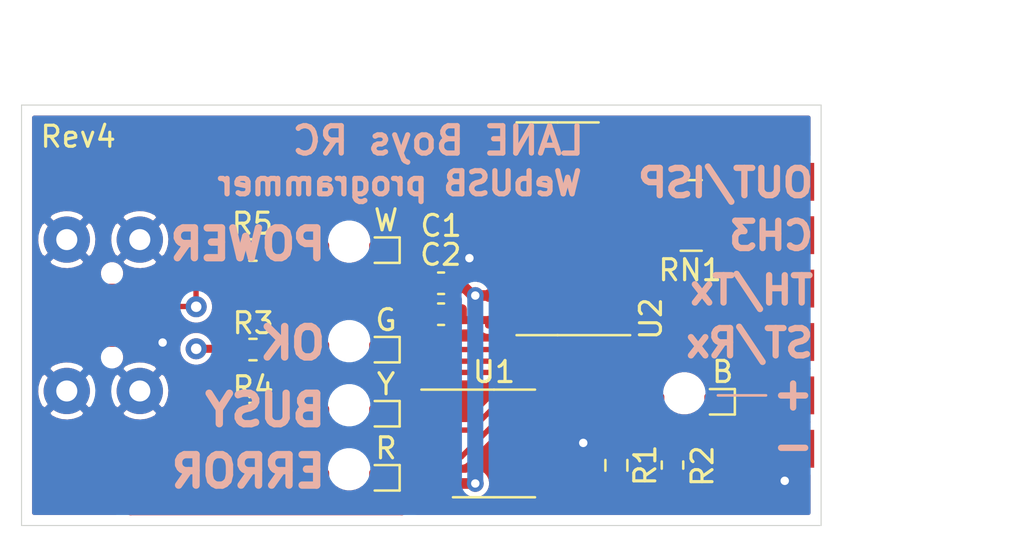
<source format=kicad_pcb>
(kicad_pcb (version 20171130) (host pcbnew 5.1.10-88a1d61d58~88~ubuntu18.04.1)

  (general
    (thickness 1.6)
    (drawings 25)
    (tracks 146)
    (zones 0)
    (modules 19)
    (nets 25)
  )

  (page A4)
  (layers
    (0 F.Cu signal)
    (31 B.Cu signal)
    (32 B.Adhes user hide)
    (33 F.Adhes user hide)
    (34 B.Paste user hide)
    (35 F.Paste user hide)
    (36 B.SilkS user)
    (37 F.SilkS user)
    (38 B.Mask user hide)
    (39 F.Mask user hide)
    (40 Dwgs.User user hide)
    (41 Cmts.User user)
    (42 Eco1.User user hide)
    (43 Eco2.User user hide)
    (44 Edge.Cuts user)
    (45 Margin user hide)
    (46 B.CrtYd user)
    (47 F.CrtYd user)
    (48 B.Fab user hide)
    (49 F.Fab user)
  )

  (setup
    (last_trace_width 0.254)
    (user_trace_width 0.2032)
    (user_trace_width 0.381)
    (user_trace_width 0.508)
    (user_trace_width 0.762)
    (user_trace_width 1.016)
    (trace_clearance 0.2032)
    (zone_clearance 0.254)
    (zone_45_only no)
    (trace_min 0.2)
    (via_size 0.8)
    (via_drill 0.4)
    (via_min_size 0.4)
    (via_min_drill 0.3)
    (uvia_size 0.3)
    (uvia_drill 0.1)
    (uvias_allowed no)
    (uvia_min_size 0.2)
    (uvia_min_drill 0.1)
    (edge_width 0.05)
    (segment_width 0.2)
    (pcb_text_width 0.3)
    (pcb_text_size 1.5 1.5)
    (mod_edge_width 0.12)
    (mod_text_size 1 1)
    (mod_text_width 0.15)
    (pad_size 1.524 1.524)
    (pad_drill 0.762)
    (pad_to_mask_clearance 0)
    (aux_axis_origin 100 100)
    (visible_elements FFFFFF7F)
    (pcbplotparams
      (layerselection 0x010f8_ffffffff)
      (usegerberextensions false)
      (usegerberattributes false)
      (usegerberadvancedattributes false)
      (creategerberjobfile false)
      (excludeedgelayer true)
      (linewidth 0.100000)
      (plotframeref false)
      (viasonmask false)
      (mode 1)
      (useauxorigin false)
      (hpglpennumber 1)
      (hpglpenspeed 20)
      (hpglpendiameter 15.000000)
      (psnegative false)
      (psa4output false)
      (plotreference true)
      (plotvalue true)
      (plotinvisibletext false)
      (padsonsilk false)
      (subtractmaskfromsilk true)
      (outputformat 1)
      (mirror false)
      (drillshape 0)
      (scaleselection 1)
      (outputdirectory "gerber/"))
  )

  (net 0 "")
  (net 1 GND)
  (net 2 +5V)
  (net 3 +3V3)
  (net 4 "Net-(D5-Pad2)")
  (net 5 /USB-DM)
  (net 6 /USB-DP)
  (net 7 /VLIGHT)
  (net 8 /ISP)
  (net 9 /RX)
  (net 10 /TX)
  (net 11 /CH3)
  (net 12 "Net-(D1-Pad2)")
  (net 13 "Net-(D2-Pad2)")
  (net 14 "Net-(D3-Pad2)")
  (net 15 "Net-(J1-Pad4)")
  (net 16 "Net-(J1-Pad6)")
  (net 17 "Net-(J1-Pad5)")
  (net 18 "Net-(J1-Pad3)")
  (net 19 /~OK)
  (net 20 /~BUSY)
  (net 21 /~ERROR)
  (net 22 "Net-(R1-Pad2)")
  (net 23 /INB)
  (net 24 /INA)

  (net_class Default "This is the default net class."
    (clearance 0.2032)
    (trace_width 0.254)
    (via_dia 0.8)
    (via_drill 0.4)
    (uvia_dia 0.3)
    (uvia_drill 0.1)
    (add_net +3V3)
    (add_net +5V)
    (add_net /CH3)
    (add_net /INA)
    (add_net /INB)
    (add_net /ISP)
    (add_net /RX)
    (add_net /TX)
    (add_net /USB-DM)
    (add_net /USB-DP)
    (add_net /VLIGHT)
    (add_net /~BUSY)
    (add_net /~ERROR)
    (add_net /~OK)
    (add_net GND)
    (add_net "Net-(D1-Pad2)")
    (add_net "Net-(D2-Pad2)")
    (add_net "Net-(D3-Pad2)")
    (add_net "Net-(D5-Pad2)")
    (add_net "Net-(J1-Pad3)")
    (add_net "Net-(J1-Pad4)")
    (add_net "Net-(J1-Pad5)")
    (add_net "Net-(J1-Pad6)")
    (add_net "Net-(J2-Pad4)")
    (add_net "Net-(R1-Pad2)")
    (add_net "Net-(U1-Pad8)")
    (add_net "Net-(U2-Pad11)")
    (add_net "Net-(U2-Pad6)")
  )

  (module Resistor_SMD:R_0603_1608Metric_Pad0.98x0.95mm_HandSolder (layer F.Cu) (tedit 5F68FEEE) (tstamp 617F8681)
    (at 128.27 107.1372 270)
    (descr "Resistor SMD 0603 (1608 Metric), square (rectangular) end terminal, IPC_7351 nominal with elongated pad for handsoldering. (Body size source: IPC-SM-782 page 72, https://www.pcb-3d.com/wordpress/wp-content/uploads/ipc-sm-782a_amendment_1_and_2.pdf), generated with kicad-footprint-generator")
    (tags "resistor handsolder")
    (path /6183E54C)
    (attr smd)
    (fp_text reference R1 (at 0 -1.3716 90) (layer F.SilkS)
      (effects (font (size 1 1) (thickness 0.15)))
    )
    (fp_text value 1R (at 0 1.43 90) (layer F.Fab)
      (effects (font (size 1 1) (thickness 0.15)))
    )
    (fp_text user %R (at 0 0 90) (layer F.Fab)
      (effects (font (size 0.4 0.4) (thickness 0.06)))
    )
    (fp_line (start -0.8 0.4125) (end -0.8 -0.4125) (layer F.Fab) (width 0.1))
    (fp_line (start -0.8 -0.4125) (end 0.8 -0.4125) (layer F.Fab) (width 0.1))
    (fp_line (start 0.8 -0.4125) (end 0.8 0.4125) (layer F.Fab) (width 0.1))
    (fp_line (start 0.8 0.4125) (end -0.8 0.4125) (layer F.Fab) (width 0.1))
    (fp_line (start -0.254724 -0.5225) (end 0.254724 -0.5225) (layer F.SilkS) (width 0.12))
    (fp_line (start -0.254724 0.5225) (end 0.254724 0.5225) (layer F.SilkS) (width 0.12))
    (fp_line (start -1.65 0.73) (end -1.65 -0.73) (layer F.CrtYd) (width 0.05))
    (fp_line (start -1.65 -0.73) (end 1.65 -0.73) (layer F.CrtYd) (width 0.05))
    (fp_line (start 1.65 -0.73) (end 1.65 0.73) (layer F.CrtYd) (width 0.05))
    (fp_line (start 1.65 0.73) (end -1.65 0.73) (layer F.CrtYd) (width 0.05))
    (pad 2 smd roundrect (at 0.9125 0 270) (size 0.975 0.95) (layers F.Cu F.Paste F.Mask) (roundrect_rratio 0.25)
      (net 22 "Net-(R1-Pad2)"))
    (pad 1 smd roundrect (at -0.9125 0 270) (size 0.975 0.95) (layers F.Cu F.Paste F.Mask) (roundrect_rratio 0.25)
      (net 7 /VLIGHT))
    (model ${KISYS3DMOD}/Resistor_SMD.3dshapes/R_0603_1608Metric.wrl
      (at (xyz 0 0 0))
      (scale (xyz 1 1 1))
      (rotate (xyz 0 0 0))
    )
  )

  (module Package_SO:SOP-8_3.9x4.9mm_P1.27mm (layer F.Cu) (tedit 5D9F72B1) (tstamp 617F7C1E)
    (at 122.4534 106.0958)
    (descr "SOP, 8 Pin (http://www.macronix.com/Lists/Datasheet/Attachments/7534/MX25R3235F,%20Wide%20Range,%2032Mb,%20v1.6.pdf#page=79), generated with kicad-footprint-generator ipc_gullwing_generator.py")
    (tags "SOP SO")
    (path /6180984C)
    (attr smd)
    (fp_text reference U1 (at 0 -3.4) (layer F.SilkS)
      (effects (font (size 1 1) (thickness 0.15)))
    )
    (fp_text value TC118S (at 0 3.4) (layer F.Fab)
      (effects (font (size 1 1) (thickness 0.15)))
    )
    (fp_text user %R (at 0 0) (layer F.Fab)
      (effects (font (size 0.98 0.98) (thickness 0.15)))
    )
    (fp_line (start 0 2.56) (end 1.95 2.56) (layer F.SilkS) (width 0.12))
    (fp_line (start 0 2.56) (end -1.95 2.56) (layer F.SilkS) (width 0.12))
    (fp_line (start 0 -2.56) (end 1.95 -2.56) (layer F.SilkS) (width 0.12))
    (fp_line (start 0 -2.56) (end -3.45 -2.56) (layer F.SilkS) (width 0.12))
    (fp_line (start -0.975 -2.45) (end 1.95 -2.45) (layer F.Fab) (width 0.1))
    (fp_line (start 1.95 -2.45) (end 1.95 2.45) (layer F.Fab) (width 0.1))
    (fp_line (start 1.95 2.45) (end -1.95 2.45) (layer F.Fab) (width 0.1))
    (fp_line (start -1.95 2.45) (end -1.95 -1.475) (layer F.Fab) (width 0.1))
    (fp_line (start -1.95 -1.475) (end -0.975 -2.45) (layer F.Fab) (width 0.1))
    (fp_line (start -3.7 -2.7) (end -3.7 2.7) (layer F.CrtYd) (width 0.05))
    (fp_line (start -3.7 2.7) (end 3.7 2.7) (layer F.CrtYd) (width 0.05))
    (fp_line (start 3.7 2.7) (end 3.7 -2.7) (layer F.CrtYd) (width 0.05))
    (fp_line (start 3.7 -2.7) (end -3.7 -2.7) (layer F.CrtYd) (width 0.05))
    (pad 8 smd roundrect (at 2.625 -1.905) (size 1.65 0.6) (layers F.Cu F.Paste F.Mask) (roundrect_rratio 0.25))
    (pad 7 smd roundrect (at 2.625 -0.635) (size 1.65 0.6) (layers F.Cu F.Paste F.Mask) (roundrect_rratio 0.25)
      (net 1 GND))
    (pad 6 smd roundrect (at 2.625 0.635) (size 1.65 0.6) (layers F.Cu F.Paste F.Mask) (roundrect_rratio 0.25)
      (net 1 GND))
    (pad 5 smd roundrect (at 2.625 1.905) (size 1.65 0.6) (layers F.Cu F.Paste F.Mask) (roundrect_rratio 0.25)
      (net 22 "Net-(R1-Pad2)"))
    (pad 4 smd roundrect (at -2.625 1.905) (size 1.65 0.6) (layers F.Cu F.Paste F.Mask) (roundrect_rratio 0.25)
      (net 2 +5V))
    (pad 3 smd roundrect (at -2.625 0.635) (size 1.65 0.6) (layers F.Cu F.Paste F.Mask) (roundrect_rratio 0.25)
      (net 23 /INB))
    (pad 2 smd roundrect (at -2.625 -0.635) (size 1.65 0.6) (layers F.Cu F.Paste F.Mask) (roundrect_rratio 0.25)
      (net 24 /INA))
    (pad 1 smd roundrect (at -2.625 -1.905) (size 1.65 0.6) (layers F.Cu F.Paste F.Mask) (roundrect_rratio 0.25))
    (model ${KISYS3DMOD}/Package_SO.3dshapes/SOP-8_3.9x4.9mm_P1.27mm.wrl
      (at (xyz 0 0 0))
      (scale (xyz 1 1 1))
      (rotate (xyz 0 0 0))
    )
    (model ${KISYS3DMOD}/Package_SO.3dshapes/SOIC-8-1EP_3.9x4.9mm_P1.27mm_EP2.35x2.35mm.step
      (at (xyz 0 0 0))
      (scale (xyz 1 1 1))
      (rotate (xyz 0 0 0))
    )
  )

  (module WLA_USB:Mirco_USB_Type_B_LCSC_C40943 (layer F.Cu) (tedit 6056AA9D) (tstamp 6064FDAA)
    (at 100 100 270)
    (path /5E6F135C)
    (attr smd)
    (fp_text reference J2 (at 0 1.016 90) (layer F.SilkS) hide
      (effects (font (size 1 1) (thickness 0.15)))
    )
    (fp_text value USB_B_Micro (at 0 3.556 270) (layer F.Fab) hide
      (effects (font (size 1 1) (thickness 0.15)))
    )
    (fp_line (start -5 0) (end 5 0) (layer F.Fab) (width 0.1))
    (fp_text user "PCB edge" (at 4.5 0.6 90) (layer F.Fab)
      (effects (font (size 0.5 0.5) (thickness 0.075)))
    )
    (pad 6 thru_hole circle (at 3.6 -5.62 270) (size 2.2 2.2) (drill 1) (layers *.Cu *.Mask)
      (net 1 GND))
    (pad 6 thru_hole circle (at -3.6 -5.62 270) (size 2.2 2.2) (drill 1) (layers *.Cu *.Mask)
      (net 1 GND))
    (pad 6 thru_hole circle (at 3.6 -2.15 270) (size 2.2 2.2) (drill 1) (layers *.Cu *.Mask)
      (net 1 GND))
    (pad 6 thru_hole circle (at -3.6 -2.15 270) (size 2.2 2.2) (drill 1) (layers *.Cu *.Mask)
      (net 1 GND))
    (pad 3 smd rect (at 0 -5 270) (size 0.4 2) (layers F.Cu F.Paste F.Mask)
      (net 6 /USB-DP))
    (pad 2 smd rect (at -0.65 -5 270) (size 0.4 2) (layers F.Cu F.Paste F.Mask)
      (net 5 /USB-DM))
    (pad 4 smd rect (at 0.65 -5 270) (size 0.4 2) (layers F.Cu F.Paste F.Mask))
    (pad 1 smd rect (at -1.3 -5 270) (size 0.4 2) (layers F.Cu F.Paste F.Mask)
      (net 2 +5V))
    (pad 5 smd rect (at 1.3 -5 270) (size 0.4 2) (layers F.Cu F.Paste F.Mask)
      (net 1 GND))
    (pad "" np_thru_hole circle (at 2 -4.3 270) (size 0.55 0.55) (drill 0.55) (layers *.Cu))
    (pad "" np_thru_hole circle (at -2 -4.3 270) (size 0.55 0.55) (drill 0.55) (layers *.Cu))
  )

  (module WLA_LED_reverse_mount:LED_1204_side_mout (layer F.Cu) (tedit 605683F9) (tstamp 5E6F8D4C)
    (at 115.57 96.5964 180)
    (descr "LED SMD 1204")
    (tags "LED reverse mount")
    (path /5E6F89A9)
    (attr smd)
    (fp_text reference D5 (at 0 -1.7 180) (layer F.SilkS) hide
      (effects (font (size 1 1) (thickness 0.15)))
    )
    (fp_text value "MCU POWER" (at -1.7526 0.9908 180) (layer F.Fab)
      (effects (font (size 1 1) (thickness 0.15)))
    )
    (fp_line (start 1 0) (end 1.5 0) (layer F.Fab) (width 0.1))
    (fp_line (start 1.5 -0.6) (end -1.2 -0.6) (layer F.Fab) (width 0.1))
    (fp_line (start -1.2 -0.6) (end -1.5 -0.3) (layer F.Fab) (width 0.1))
    (fp_line (start -1.5 -0.3) (end -1.5 0) (layer F.Fab) (width 0.1))
    (fp_line (start -1.5 0) (end -1 0) (layer F.Fab) (width 0.1))
    (fp_line (start 1.5 0) (end 1.5 -0.6) (layer F.Fab) (width 0.1))
    (fp_line (start -1.215 -0.91) (end -2.4 -0.91) (layer F.SilkS) (width 0.12))
    (fp_line (start -2.4 -0.91) (end -2.4 0.3) (layer F.SilkS) (width 0.12))
    (fp_line (start -2.4 0.3) (end -1.215 0.3) (layer F.SilkS) (width 0.12))
    (fp_line (start -2.3 0.3) (end -2.3 -0.9) (layer F.CrtYd) (width 0.05))
    (fp_line (start -2.3 -0.9) (end 2.3 -0.9) (layer F.CrtYd) (width 0.05))
    (fp_line (start 2.3 -0.9) (end 2.3 0.3) (layer F.CrtYd) (width 0.05))
    (fp_line (start -2.3 0.3) (end -1.2 0.3) (layer F.CrtYd) (width 0.05))
    (fp_line (start 1.2 0.3) (end 2.3 0.3) (layer F.CrtYd) (width 0.05))
    (fp_arc (start 0 0) (end -1.2 0.3) (angle -151.9275131) (layer F.CrtYd) (width 0.05))
    (fp_arc (start 0 0) (end -1 0) (angle -180) (layer F.Fab) (width 0.1))
    (fp_text user %R (at 0 0 180) (layer F.Fab)
      (effects (font (size 0.5 0.5) (thickness 0.08)))
    )
    (pad "" np_thru_hole circle (at 0 0.1 180) (size 1.5 1.5) (drill 1.5) (layers *.Cu *.Mask))
    (pad 1 smd roundrect (at -1.5 -0.3 180) (size 1.1 0.8) (layers F.Cu F.Paste F.Mask) (roundrect_rratio 0.192)
      (net 1 GND))
    (pad 2 smd roundrect (at 1.5 -0.3 180) (size 1.1 0.8) (layers F.Cu F.Paste F.Mask) (roundrect_rratio 0.192)
      (net 4 "Net-(D5-Pad2)"))
    (model ${KISYS3DMOD}/LED_SMD.3dshapes/LED_1206_3216Metric.step
      (offset (xyz 0 0.53 0.25))
      (scale (xyz 1 0.5 1))
      (rotate (xyz -90 0 0))
    )
  )

  (module WLA_LED_reverse_mount:LED_1204_side_mout (layer F.Cu) (tedit 605683F9) (tstamp 5E6F767E)
    (at 115.57 107.426 180)
    (descr "LED SMD 1204")
    (tags "LED reverse mount")
    (path /5E6F7DEF)
    (attr smd)
    (fp_text reference D4 (at 0 -1.7) (layer F.SilkS) hide
      (effects (font (size 1 1) (thickness 0.15)))
    )
    (fp_text value ERROR (at -1.7526 1.0762) (layer F.Fab)
      (effects (font (size 1 1) (thickness 0.15)))
    )
    (fp_line (start 1 0) (end 1.5 0) (layer F.Fab) (width 0.1))
    (fp_line (start 1.5 -0.6) (end -1.2 -0.6) (layer F.Fab) (width 0.1))
    (fp_line (start -1.2 -0.6) (end -1.5 -0.3) (layer F.Fab) (width 0.1))
    (fp_line (start -1.5 -0.3) (end -1.5 0) (layer F.Fab) (width 0.1))
    (fp_line (start -1.5 0) (end -1 0) (layer F.Fab) (width 0.1))
    (fp_line (start 1.5 0) (end 1.5 -0.6) (layer F.Fab) (width 0.1))
    (fp_line (start -1.215 -0.91) (end -2.4 -0.91) (layer F.SilkS) (width 0.12))
    (fp_line (start -2.4 -0.91) (end -2.4 0.3) (layer F.SilkS) (width 0.12))
    (fp_line (start -2.4 0.3) (end -1.215 0.3) (layer F.SilkS) (width 0.12))
    (fp_line (start -2.3 0.3) (end -2.3 -0.9) (layer F.CrtYd) (width 0.05))
    (fp_line (start -2.3 -0.9) (end 2.3 -0.9) (layer F.CrtYd) (width 0.05))
    (fp_line (start 2.3 -0.9) (end 2.3 0.3) (layer F.CrtYd) (width 0.05))
    (fp_line (start -2.3 0.3) (end -1.2 0.3) (layer F.CrtYd) (width 0.05))
    (fp_line (start 1.2 0.3) (end 2.3 0.3) (layer F.CrtYd) (width 0.05))
    (fp_arc (start 0 0) (end -1.2 0.3) (angle -151.9275131) (layer F.CrtYd) (width 0.05))
    (fp_arc (start 0 0) (end -1 0) (angle -180) (layer F.Fab) (width 0.1))
    (fp_text user %R (at 0 0) (layer F.Fab)
      (effects (font (size 0.5 0.5) (thickness 0.08)))
    )
    (pad "" np_thru_hole circle (at 0 0.1 180) (size 1.5 1.5) (drill 1.5) (layers *.Cu *.Mask))
    (pad 1 smd roundrect (at -1.5 -0.3 180) (size 1.1 0.8) (layers F.Cu F.Paste F.Mask) (roundrect_rratio 0.192)
      (net 21 /~ERROR))
    (pad 2 smd roundrect (at 1.5 -0.3 180) (size 1.1 0.8) (layers F.Cu F.Paste F.Mask) (roundrect_rratio 0.192)
      (net 14 "Net-(D3-Pad2)"))
    (model ${KISYS3DMOD}/LED_SMD.3dshapes/LED_1206_3216Metric.step
      (offset (xyz 0 0.53 0.25))
      (scale (xyz 1 0.5 1))
      (rotate (xyz -90 0 0))
    )
  )

  (module WLA_LED_reverse_mount:LED_1204_side_mout (layer F.Cu) (tedit 605683F9) (tstamp 5E6F766B)
    (at 115.57 104.378 180)
    (descr "LED SMD 1204")
    (tags "LED reverse mount")
    (path /5E6F790B)
    (attr smd)
    (fp_text reference D3 (at 0 -1.7) (layer F.SilkS) hide
      (effects (font (size 1 1) (thickness 0.15)))
    )
    (fp_text value BUSY (at -1.7272 1.1016) (layer F.Fab)
      (effects (font (size 1 1) (thickness 0.15)))
    )
    (fp_line (start 1 0) (end 1.5 0) (layer F.Fab) (width 0.1))
    (fp_line (start 1.5 -0.6) (end -1.2 -0.6) (layer F.Fab) (width 0.1))
    (fp_line (start -1.2 -0.6) (end -1.5 -0.3) (layer F.Fab) (width 0.1))
    (fp_line (start -1.5 -0.3) (end -1.5 0) (layer F.Fab) (width 0.1))
    (fp_line (start -1.5 0) (end -1 0) (layer F.Fab) (width 0.1))
    (fp_line (start 1.5 0) (end 1.5 -0.6) (layer F.Fab) (width 0.1))
    (fp_line (start -1.215 -0.91) (end -2.4 -0.91) (layer F.SilkS) (width 0.12))
    (fp_line (start -2.4 -0.91) (end -2.4 0.3) (layer F.SilkS) (width 0.12))
    (fp_line (start -2.4 0.3) (end -1.215 0.3) (layer F.SilkS) (width 0.12))
    (fp_line (start -2.3 0.3) (end -2.3 -0.9) (layer F.CrtYd) (width 0.05))
    (fp_line (start -2.3 -0.9) (end 2.3 -0.9) (layer F.CrtYd) (width 0.05))
    (fp_line (start 2.3 -0.9) (end 2.3 0.3) (layer F.CrtYd) (width 0.05))
    (fp_line (start -2.3 0.3) (end -1.2 0.3) (layer F.CrtYd) (width 0.05))
    (fp_line (start 1.2 0.3) (end 2.3 0.3) (layer F.CrtYd) (width 0.05))
    (fp_arc (start 0 0) (end -1.2 0.3) (angle -151.9275131) (layer F.CrtYd) (width 0.05))
    (fp_arc (start 0 0) (end -1 0) (angle -180) (layer F.Fab) (width 0.1))
    (fp_text user %R (at 0 0) (layer F.Fab)
      (effects (font (size 0.5 0.5) (thickness 0.08)))
    )
    (pad "" np_thru_hole circle (at 0 0.1 180) (size 1.5 1.5) (drill 1.5) (layers *.Cu *.Mask))
    (pad 1 smd roundrect (at -1.5 -0.3 180) (size 1.1 0.8) (layers F.Cu F.Paste F.Mask) (roundrect_rratio 0.192)
      (net 20 /~BUSY))
    (pad 2 smd roundrect (at 1.5 -0.3 180) (size 1.1 0.8) (layers F.Cu F.Paste F.Mask) (roundrect_rratio 0.192)
      (net 14 "Net-(D3-Pad2)"))
    (model ${KISYS3DMOD}/LED_SMD.3dshapes/LED_1206_3216Metric.step
      (offset (xyz 0 0.53 0.25))
      (scale (xyz 1 0.5 1))
      (rotate (xyz -90 0 0))
    )
  )

  (module WLA_LED_reverse_mount:LED_1204_side_mout (layer F.Cu) (tedit 605683F9) (tstamp 5E6F7658)
    (at 115.57 101.33 180)
    (descr "LED SMD 1204")
    (tags "LED reverse mount")
    (path /5E6F6F74)
    (attr smd)
    (fp_text reference D2 (at 0 -1.7) (layer F.SilkS) hide
      (effects (font (size 1 1) (thickness 0.15)))
    )
    (fp_text value OK (at -1.7272 1.127) (layer F.Fab)
      (effects (font (size 1 1) (thickness 0.15)))
    )
    (fp_line (start 1 0) (end 1.5 0) (layer F.Fab) (width 0.1))
    (fp_line (start 1.5 -0.6) (end -1.2 -0.6) (layer F.Fab) (width 0.1))
    (fp_line (start -1.2 -0.6) (end -1.5 -0.3) (layer F.Fab) (width 0.1))
    (fp_line (start -1.5 -0.3) (end -1.5 0) (layer F.Fab) (width 0.1))
    (fp_line (start -1.5 0) (end -1 0) (layer F.Fab) (width 0.1))
    (fp_line (start 1.5 0) (end 1.5 -0.6) (layer F.Fab) (width 0.1))
    (fp_line (start -1.215 -0.91) (end -2.4 -0.91) (layer F.SilkS) (width 0.12))
    (fp_line (start -2.4 -0.91) (end -2.4 0.3) (layer F.SilkS) (width 0.12))
    (fp_line (start -2.4 0.3) (end -1.215 0.3) (layer F.SilkS) (width 0.12))
    (fp_line (start -2.3 0.3) (end -2.3 -0.9) (layer F.CrtYd) (width 0.05))
    (fp_line (start -2.3 -0.9) (end 2.3 -0.9) (layer F.CrtYd) (width 0.05))
    (fp_line (start 2.3 -0.9) (end 2.3 0.3) (layer F.CrtYd) (width 0.05))
    (fp_line (start -2.3 0.3) (end -1.2 0.3) (layer F.CrtYd) (width 0.05))
    (fp_line (start 1.2 0.3) (end 2.3 0.3) (layer F.CrtYd) (width 0.05))
    (fp_arc (start 0 0) (end -1.2 0.3) (angle -151.9275131) (layer F.CrtYd) (width 0.05))
    (fp_arc (start 0 0) (end -1 0) (angle -180) (layer F.Fab) (width 0.1))
    (fp_text user %R (at 0 0) (layer F.Fab)
      (effects (font (size 0.5 0.5) (thickness 0.08)))
    )
    (pad "" np_thru_hole circle (at 0 0.1 180) (size 1.5 1.5) (drill 1.5) (layers *.Cu *.Mask))
    (pad 1 smd roundrect (at -1.5 -0.3 180) (size 1.1 0.8) (layers F.Cu F.Paste F.Mask) (roundrect_rratio 0.192)
      (net 19 /~OK))
    (pad 2 smd roundrect (at 1.5 -0.3 180) (size 1.1 0.8) (layers F.Cu F.Paste F.Mask) (roundrect_rratio 0.192)
      (net 13 "Net-(D2-Pad2)"))
    (model ${KISYS3DMOD}/LED_SMD.3dshapes/LED_1206_3216Metric.step
      (offset (xyz 0 0.53 0.25))
      (scale (xyz 1 0.5 1))
      (rotate (xyz -90 0 0))
    )
  )

  (module WLA_LED_reverse_mount:LED_1204_side_mout (layer F.Cu) (tedit 605683F9) (tstamp 5E6F8727)
    (at 131.5 103.81 180)
    (descr "LED SMD 1204")
    (tags "LED reverse mount")
    (path /5E6F8DF4)
    (attr smd)
    (fp_text reference D1 (at 0 -1.7) (layer F.SilkS) hide
      (effects (font (size 1 1) (thickness 0.15)))
    )
    (fp_text value "LC POWER" (at -1.8246 1.0924) (layer F.Fab)
      (effects (font (size 1 1) (thickness 0.15)))
    )
    (fp_line (start 1 0) (end 1.5 0) (layer F.Fab) (width 0.1))
    (fp_line (start 1.5 -0.6) (end -1.2 -0.6) (layer F.Fab) (width 0.1))
    (fp_line (start -1.2 -0.6) (end -1.5 -0.3) (layer F.Fab) (width 0.1))
    (fp_line (start -1.5 -0.3) (end -1.5 0) (layer F.Fab) (width 0.1))
    (fp_line (start -1.5 0) (end -1 0) (layer F.Fab) (width 0.1))
    (fp_line (start 1.5 0) (end 1.5 -0.6) (layer F.Fab) (width 0.1))
    (fp_line (start -1.215 -0.91) (end -2.4 -0.91) (layer F.SilkS) (width 0.12))
    (fp_line (start -2.4 -0.91) (end -2.4 0.3) (layer F.SilkS) (width 0.12))
    (fp_line (start -2.4 0.3) (end -1.215 0.3) (layer F.SilkS) (width 0.12))
    (fp_line (start -2.3 0.3) (end -2.3 -0.9) (layer F.CrtYd) (width 0.05))
    (fp_line (start -2.3 -0.9) (end 2.3 -0.9) (layer F.CrtYd) (width 0.05))
    (fp_line (start 2.3 -0.9) (end 2.3 0.3) (layer F.CrtYd) (width 0.05))
    (fp_line (start -2.3 0.3) (end -1.2 0.3) (layer F.CrtYd) (width 0.05))
    (fp_line (start 1.2 0.3) (end 2.3 0.3) (layer F.CrtYd) (width 0.05))
    (fp_arc (start 0 0) (end -1.2 0.3) (angle -151.9275131) (layer F.CrtYd) (width 0.05))
    (fp_arc (start 0 0) (end -1 0) (angle -180) (layer F.Fab) (width 0.1))
    (fp_text user %R (at 0 0) (layer F.Fab)
      (effects (font (size 0.5 0.5) (thickness 0.08)))
    )
    (pad "" np_thru_hole circle (at 0 0.1 180) (size 1.5 1.5) (drill 1.5) (layers *.Cu *.Mask))
    (pad 1 smd roundrect (at -1.5 -0.3 180) (size 1.1 0.8) (layers F.Cu F.Paste F.Mask) (roundrect_rratio 0.192)
      (net 1 GND))
    (pad 2 smd roundrect (at 1.5 -0.3 180) (size 1.1 0.8) (layers F.Cu F.Paste F.Mask) (roundrect_rratio 0.192)
      (net 12 "Net-(D1-Pad2)"))
    (model ${KISYS3DMOD}/LED_SMD.3dshapes/LED_1206_3216Metric.step
      (offset (xyz 0 0.53 0.25))
      (scale (xyz 1 0.5 1))
      (rotate (xyz -90 0 0))
    )
  )

  (module WLA_pinheader:TestPoint_THTPad_1.0x1.0mm_Drill0.5mm_nosilk (layer F.Cu) (tedit 60508DD1) (tstamp 605095D1)
    (at 108.3 99.5936 90)
    (descr "THT rectangular pad as test Point, square 1.0mm side length, hole diameter 0.5mm")
    (tags "test point THT pad rectangle square")
    (path /6050F171)
    (attr virtual)
    (fp_text reference TP2 (at 0 -1.448 90) (layer F.SilkS) hide
      (effects (font (size 1 1) (thickness 0.15)))
    )
    (fp_text value " " (at 0 1.55 90) (layer F.Fab)
      (effects (font (size 1 1) (thickness 0.15)))
    )
    (fp_line (start -1 -1) (end 1 -1) (layer F.CrtYd) (width 0.05))
    (fp_line (start -1 -1) (end -1 1) (layer F.CrtYd) (width 0.05))
    (fp_line (start 1 1) (end 1 -1) (layer F.CrtYd) (width 0.05))
    (fp_line (start 1 1) (end -1 1) (layer F.CrtYd) (width 0.05))
    (fp_text user %R (at 0 -1.45 90) (layer F.Fab) hide
      (effects (font (size 1 1) (thickness 0.15)))
    )
    (pad 1 thru_hole circle (at 0 0 90) (size 1 1) (drill 0.5) (layers *.Cu *.Mask)
      (net 6 /USB-DP))
  )

  (module WLA_pinheader:TestPoint_THTPad_1.0x1.0mm_Drill0.5mm_nosilk (layer F.Cu) (tedit 60508DD1) (tstamp 605095C3)
    (at 108.3 101.5936 90)
    (descr "THT rectangular pad as test Point, square 1.0mm side length, hole diameter 0.5mm")
    (tags "test point THT pad rectangle square")
    (path /6050C7A0)
    (attr virtual)
    (fp_text reference TP1 (at 0 -1.448 90) (layer F.SilkS) hide
      (effects (font (size 1 1) (thickness 0.15)))
    )
    (fp_text value " " (at 0 1.55 90) (layer F.Fab)
      (effects (font (size 1 1) (thickness 0.15)))
    )
    (fp_line (start -1 -1) (end 1 -1) (layer F.CrtYd) (width 0.05))
    (fp_line (start -1 -1) (end -1 1) (layer F.CrtYd) (width 0.05))
    (fp_line (start 1 1) (end 1 -1) (layer F.CrtYd) (width 0.05))
    (fp_line (start 1 1) (end -1 1) (layer F.CrtYd) (width 0.05))
    (fp_text user %R (at 0 -1.45 90) (layer F.Fab) hide
      (effects (font (size 1 1) (thickness 0.15)))
    )
    (pad 1 thru_hole circle (at 0 0 90) (size 1 1) (drill 0.5) (layers *.Cu *.Mask)
      (net 3 +3V3))
  )

  (module Capacitor_SMD:C_0603_1608Metric (layer F.Cu) (tedit 5F68FEEE) (tstamp 60571804)
    (at 119.9388 98.4758 180)
    (descr "Capacitor SMD 0603 (1608 Metric), square (rectangular) end terminal, IPC_7351 nominal, (Body size source: IPC-SM-782 page 76, https://www.pcb-3d.com/wordpress/wp-content/uploads/ipc-sm-782a_amendment_1_and_2.pdf), generated with kicad-footprint-generator")
    (tags capacitor)
    (path /605205A6)
    (attr smd)
    (fp_text reference C1 (at 0 2.73304) (layer F.SilkS)
      (effects (font (size 1 1) (thickness 0.15)))
    )
    (fp_text value 1u (at -0.0254 1.2192) (layer F.Fab)
      (effects (font (size 1 1) (thickness 0.15)))
    )
    (fp_line (start 1.48 0.73) (end -1.48 0.73) (layer F.CrtYd) (width 0.05))
    (fp_line (start 1.48 -0.73) (end 1.48 0.73) (layer F.CrtYd) (width 0.05))
    (fp_line (start -1.48 -0.73) (end 1.48 -0.73) (layer F.CrtYd) (width 0.05))
    (fp_line (start -1.48 0.73) (end -1.48 -0.73) (layer F.CrtYd) (width 0.05))
    (fp_line (start -0.14058 0.51) (end 0.14058 0.51) (layer F.SilkS) (width 0.12))
    (fp_line (start -0.14058 -0.51) (end 0.14058 -0.51) (layer F.SilkS) (width 0.12))
    (fp_line (start 0.8 0.4) (end -0.8 0.4) (layer F.Fab) (width 0.1))
    (fp_line (start 0.8 -0.4) (end 0.8 0.4) (layer F.Fab) (width 0.1))
    (fp_line (start -0.8 -0.4) (end 0.8 -0.4) (layer F.Fab) (width 0.1))
    (fp_line (start -0.8 0.4) (end -0.8 -0.4) (layer F.Fab) (width 0.1))
    (fp_text user %R (at 0 0) (layer F.Fab)
      (effects (font (size 0.4 0.4) (thickness 0.06)))
    )
    (pad 2 smd roundrect (at 0.775 0 180) (size 0.9 0.95) (layers F.Cu F.Paste F.Mask) (roundrect_rratio 0.25)
      (net 1 GND))
    (pad 1 smd roundrect (at -0.775 0 180) (size 0.9 0.95) (layers F.Cu F.Paste F.Mask) (roundrect_rratio 0.25)
      (net 2 +5V))
    (model ${KISYS3DMOD}/Capacitor_SMD.3dshapes/C_0603_1608Metric.wrl
      (at (xyz 0 0 0))
      (scale (xyz 1 1 1))
      (rotate (xyz 0 0 0))
    )
  )

  (module Package_SO:SO-16_3.9x9.9mm_P1.27mm (layer F.Cu) (tedit 5E888720) (tstamp 60471BC5)
    (at 125.476 95.885 180)
    (descr "SO, 16 Pin (https://www.nxp.com/docs/en/package-information/SOT109-1.pdf), generated with kicad-footprint-generator ipc_gullwing_generator.py")
    (tags "SO SO")
    (path /604D2755)
    (attr smd)
    (fp_text reference U2 (at -4.4323 -4.2799 90) (layer F.SilkS)
      (effects (font (size 1 1) (thickness 0.15)))
    )
    (fp_text value "CH552G or CH551G" (at 0.1524 -1.651 90) (layer F.Fab)
      (effects (font (size 1 1) (thickness 0.15)))
    )
    (fp_line (start 3.7 -5.2) (end -3.7 -5.2) (layer F.CrtYd) (width 0.05))
    (fp_line (start 3.7 5.2) (end 3.7 -5.2) (layer F.CrtYd) (width 0.05))
    (fp_line (start -3.7 5.2) (end 3.7 5.2) (layer F.CrtYd) (width 0.05))
    (fp_line (start -3.7 -5.2) (end -3.7 5.2) (layer F.CrtYd) (width 0.05))
    (fp_line (start -1.95 -3.975) (end -0.975 -4.95) (layer F.Fab) (width 0.1))
    (fp_line (start -1.95 4.95) (end -1.95 -3.975) (layer F.Fab) (width 0.1))
    (fp_line (start 1.95 4.95) (end -1.95 4.95) (layer F.Fab) (width 0.1))
    (fp_line (start 1.95 -4.95) (end 1.95 4.95) (layer F.Fab) (width 0.1))
    (fp_line (start -0.975 -4.95) (end 1.95 -4.95) (layer F.Fab) (width 0.1))
    (fp_line (start 0 -5.06) (end -3.45 -5.06) (layer F.SilkS) (width 0.12))
    (fp_line (start 0 -5.06) (end 1.95 -5.06) (layer F.SilkS) (width 0.12))
    (fp_line (start 0 5.06) (end -1.95 5.06) (layer F.SilkS) (width 0.12))
    (fp_line (start 0 5.06) (end 1.95 5.06) (layer F.SilkS) (width 0.12))
    (fp_text user %R (at 0.0254 3.8862) (layer F.Fab)
      (effects (font (size 0.98 0.98) (thickness 0.15)))
    )
    (pad 16 smd roundrect (at 2.575 -4.445 180) (size 1.75 0.6) (layers F.Cu F.Paste F.Mask) (roundrect_rratio 0.25)
      (net 3 +3V3))
    (pad 15 smd roundrect (at 2.575 -3.175 180) (size 1.75 0.6) (layers F.Cu F.Paste F.Mask) (roundrect_rratio 0.25)
      (net 2 +5V))
    (pad 14 smd roundrect (at 2.575 -1.905 180) (size 1.75 0.6) (layers F.Cu F.Paste F.Mask) (roundrect_rratio 0.25)
      (net 1 GND))
    (pad 13 smd roundrect (at 2.575 -0.635 180) (size 1.75 0.6) (layers F.Cu F.Paste F.Mask) (roundrect_rratio 0.25)
      (net 5 /USB-DM))
    (pad 12 smd roundrect (at 2.575 0.635 180) (size 1.75 0.6) (layers F.Cu F.Paste F.Mask) (roundrect_rratio 0.25)
      (net 6 /USB-DP))
    (pad 11 smd roundrect (at 2.575 1.905 180) (size 1.75 0.6) (layers F.Cu F.Paste F.Mask) (roundrect_rratio 0.25))
    (pad 10 smd roundrect (at 2.575 3.175 180) (size 1.75 0.6) (layers F.Cu F.Paste F.Mask) (roundrect_rratio 0.25)
      (net 19 /~OK))
    (pad 9 smd roundrect (at 2.575 4.445 180) (size 1.75 0.6) (layers F.Cu F.Paste F.Mask) (roundrect_rratio 0.25)
      (net 20 /~BUSY))
    (pad 8 smd roundrect (at -2.575 4.445 180) (size 1.75 0.6) (layers F.Cu F.Paste F.Mask) (roundrect_rratio 0.25)
      (net 9 /RX))
    (pad 7 smd roundrect (at -2.575 3.175 180) (size 1.75 0.6) (layers F.Cu F.Paste F.Mask) (roundrect_rratio 0.25)
      (net 10 /TX))
    (pad 6 smd roundrect (at -2.575 1.905 180) (size 1.75 0.6) (layers F.Cu F.Paste F.Mask) (roundrect_rratio 0.25))
    (pad 5 smd roundrect (at -2.575 0.635 180) (size 1.75 0.6) (layers F.Cu F.Paste F.Mask) (roundrect_rratio 0.25)
      (net 8 /ISP))
    (pad 4 smd roundrect (at -2.575 -0.635 180) (size 1.75 0.6) (layers F.Cu F.Paste F.Mask) (roundrect_rratio 0.25)
      (net 11 /CH3))
    (pad 3 smd roundrect (at -2.575 -1.905 180) (size 1.75 0.6) (layers F.Cu F.Paste F.Mask) (roundrect_rratio 0.25)
      (net 21 /~ERROR))
    (pad 2 smd roundrect (at -2.575 -3.175 180) (size 1.75 0.6) (layers F.Cu F.Paste F.Mask) (roundrect_rratio 0.25)
      (net 24 /INA))
    (pad 1 smd roundrect (at -2.575 -4.445 180) (size 1.75 0.6) (layers F.Cu F.Paste F.Mask) (roundrect_rratio 0.25)
      (net 23 /INB))
    (model ${KISYS3DMOD}/Package_SO.3dshapes/SO-16_3.9x9.9mm_P1.27mm.wrl
      (at (xyz 0 0 0))
      (scale (xyz 1 1 1))
      (rotate (xyz 0 0 0))
    )
    (model ${KISYS3DMOD}/Package_SO.3dshapes/SOIC-16_3.9x9.9mm_P1.27mm.step
      (at (xyz 0 0 0))
      (scale (xyz 1 1 1))
      (rotate (xyz 0 0 0))
    )
  )

  (module Capacitor_SMD:C_0603_1608Metric (layer F.Cu) (tedit 5F68FEEE) (tstamp 5E70B818)
    (at 119.9388 99.949 180)
    (descr "Capacitor SMD 0603 (1608 Metric), square (rectangular) end terminal, IPC_7351 nominal, (Body size source: IPC-SM-782 page 76, https://www.pcb-3d.com/wordpress/wp-content/uploads/ipc-sm-782a_amendment_1_and_2.pdf), generated with kicad-footprint-generator")
    (tags capacitor)
    (path /5E7914FA)
    (attr smd)
    (fp_text reference C2 (at 0.01524 2.82956 180) (layer F.SilkS)
      (effects (font (size 1 1) (thickness 0.15)))
    )
    (fp_text value 100n (at -0.9398 -1.3716) (layer F.Fab)
      (effects (font (size 1 1) (thickness 0.15)))
    )
    (fp_line (start 1.48 0.73) (end -1.48 0.73) (layer F.CrtYd) (width 0.05))
    (fp_line (start 1.48 -0.73) (end 1.48 0.73) (layer F.CrtYd) (width 0.05))
    (fp_line (start -1.48 -0.73) (end 1.48 -0.73) (layer F.CrtYd) (width 0.05))
    (fp_line (start -1.48 0.73) (end -1.48 -0.73) (layer F.CrtYd) (width 0.05))
    (fp_line (start -0.14058 0.51) (end 0.14058 0.51) (layer F.SilkS) (width 0.12))
    (fp_line (start -0.14058 -0.51) (end 0.14058 -0.51) (layer F.SilkS) (width 0.12))
    (fp_line (start 0.8 0.4) (end -0.8 0.4) (layer F.Fab) (width 0.1))
    (fp_line (start 0.8 -0.4) (end 0.8 0.4) (layer F.Fab) (width 0.1))
    (fp_line (start -0.8 -0.4) (end 0.8 -0.4) (layer F.Fab) (width 0.1))
    (fp_line (start -0.8 0.4) (end -0.8 -0.4) (layer F.Fab) (width 0.1))
    (fp_text user %R (at 0 0) (layer F.Fab)
      (effects (font (size 0.4 0.4) (thickness 0.06)))
    )
    (pad 2 smd roundrect (at 0.775 0 180) (size 0.9 0.95) (layers F.Cu F.Paste F.Mask) (roundrect_rratio 0.25)
      (net 1 GND))
    (pad 1 smd roundrect (at -0.775 0 180) (size 0.9 0.95) (layers F.Cu F.Paste F.Mask) (roundrect_rratio 0.25)
      (net 3 +3V3))
    (model ${KISYS3DMOD}/Capacitor_SMD.3dshapes/C_0603_1608Metric.wrl
      (at (xyz 0 0 0))
      (scale (xyz 1 1 1))
      (rotate (xyz 0 0 0))
    )
  )

  (module WLA_pinheader:PinHeader_1x06_P2.54mm_Flat (layer F.Cu) (tedit 5F17D121) (tstamp 5FDD2121)
    (at 136.271 106.35 90)
    (path /5E6FE83D)
    (fp_text reference J1 (at 0 2.54 90) (layer F.SilkS) hide
      (effects (font (size 1 1) (thickness 0.15)))
    )
    (fp_text value "Light Controller" (at 5.842 2.3495 90) (layer F.Fab) hide
      (effects (font (size 1 1) (thickness 0.15)))
    )
    (pad 6 smd rect (at 12.7 0 90) (size 1.8 2.8) (layers F.Cu F.Mask)
      (net 16 "Net-(J1-Pad6)"))
    (pad 5 smd rect (at 10.16 0 90) (size 1.8 2.8) (layers F.Cu F.Mask)
      (net 17 "Net-(J1-Pad5)"))
    (pad 4 smd rect (at 7.62 0 90) (size 1.8 2.8) (layers F.Cu F.Mask)
      (net 15 "Net-(J1-Pad4)"))
    (pad 3 smd rect (at 5.08 0 90) (size 1.8 2.8) (layers F.Cu F.Mask)
      (net 18 "Net-(J1-Pad3)"))
    (pad 2 smd rect (at 2.54 0 90) (size 1.8 2.8) (layers F.Cu F.Mask)
      (net 7 /VLIGHT))
    (pad 1 smd rect (at 0 0 90) (size 1.8 2.8) (layers F.Cu F.Mask)
      (net 1 GND))
  )

  (module Resistor_SMD:R_Array_Convex_4x0603 (layer F.Cu) (tedit 58E0A8B2) (tstamp 5FDCB5EC)
    (at 131.826 95.25)
    (descr "Chip Resistor Network, ROHM MNR14 (see mnr_g.pdf)")
    (tags "resistor array")
    (path /5FDCE5F9)
    (attr smd)
    (fp_text reference RN1 (at -0.051 2.6035) (layer F.SilkS)
      (effects (font (size 1 1) (thickness 0.15)))
    )
    (fp_text value 1k (at 0 -2.413) (layer F.Fab)
      (effects (font (size 1 1) (thickness 0.15)))
    )
    (fp_line (start -0.8 -1.6) (end 0.8 -1.6) (layer F.Fab) (width 0.1))
    (fp_line (start 0.8 -1.6) (end 0.8 1.6) (layer F.Fab) (width 0.1))
    (fp_line (start 0.8 1.6) (end -0.8 1.6) (layer F.Fab) (width 0.1))
    (fp_line (start -0.8 1.6) (end -0.8 -1.6) (layer F.Fab) (width 0.1))
    (fp_line (start 0.5 1.68) (end -0.5 1.68) (layer F.SilkS) (width 0.12))
    (fp_line (start 0.5 -1.68) (end -0.5 -1.68) (layer F.SilkS) (width 0.12))
    (fp_line (start -1.55 -1.85) (end 1.55 -1.85) (layer F.CrtYd) (width 0.05))
    (fp_line (start -1.55 -1.85) (end -1.55 1.85) (layer F.CrtYd) (width 0.05))
    (fp_line (start 1.55 1.85) (end 1.55 -1.85) (layer F.CrtYd) (width 0.05))
    (fp_line (start 1.55 1.85) (end -1.55 1.85) (layer F.CrtYd) (width 0.05))
    (fp_text user %R (at 0 0 90) (layer F.Fab)
      (effects (font (size 0.5 0.5) (thickness 0.075)))
    )
    (pad 5 smd rect (at 0.9 1.2) (size 0.8 0.5) (layers F.Cu F.Paste F.Mask)
      (net 18 "Net-(J1-Pad3)"))
    (pad 6 smd rect (at 0.9 0.4) (size 0.8 0.4) (layers F.Cu F.Paste F.Mask)
      (net 15 "Net-(J1-Pad4)"))
    (pad 8 smd rect (at 0.9 -1.2) (size 0.8 0.5) (layers F.Cu F.Paste F.Mask)
      (net 16 "Net-(J1-Pad6)"))
    (pad 7 smd rect (at 0.9 -0.4) (size 0.8 0.4) (layers F.Cu F.Paste F.Mask)
      (net 17 "Net-(J1-Pad5)"))
    (pad 4 smd rect (at -0.9 1.2) (size 0.8 0.5) (layers F.Cu F.Paste F.Mask)
      (net 10 /TX))
    (pad 2 smd rect (at -0.9 -0.4) (size 0.8 0.4) (layers F.Cu F.Paste F.Mask)
      (net 11 /CH3))
    (pad 3 smd rect (at -0.9 0.4) (size 0.8 0.4) (layers F.Cu F.Paste F.Mask)
      (net 9 /RX))
    (pad 1 smd rect (at -0.9 -1.2) (size 0.8 0.5) (layers F.Cu F.Paste F.Mask)
      (net 8 /ISP))
    (model ${KISYS3DMOD}/Resistor_SMD.3dshapes/R_Array_Convex_4x0603.wrl
      (at (xyz 0 0 0))
      (scale (xyz 1 1 1))
      (rotate (xyz 0 0 0))
    )
  )

  (module Resistor_SMD:R_0603_1608Metric_Pad1.05x0.95mm_HandSolder (layer F.Cu) (tedit 5B301BBD) (tstamp 5E7064DD)
    (at 130.937 107.1245 90)
    (descr "Resistor SMD 0603 (1608 Metric), square (rectangular) end terminal, IPC_7351 nominal with elongated pad for handsoldering. (Body size source: http://www.tortai-tech.com/upload/download/2011102023233369053.pdf), generated with kicad-footprint-generator")
    (tags "resistor handsolder")
    (path /5E6FD03E)
    (attr smd)
    (fp_text reference R2 (at -0.0508 1.4224 90) (layer F.SilkS)
      (effects (font (size 1 1) (thickness 0.15)))
    )
    (fp_text value 1k8 (at -2.3495 0 90) (layer F.Fab)
      (effects (font (size 1 1) (thickness 0.15)))
    )
    (fp_line (start 1.65 0.73) (end -1.65 0.73) (layer F.CrtYd) (width 0.05))
    (fp_line (start 1.65 -0.73) (end 1.65 0.73) (layer F.CrtYd) (width 0.05))
    (fp_line (start -1.65 -0.73) (end 1.65 -0.73) (layer F.CrtYd) (width 0.05))
    (fp_line (start -1.65 0.73) (end -1.65 -0.73) (layer F.CrtYd) (width 0.05))
    (fp_line (start -0.171267 0.51) (end 0.171267 0.51) (layer F.SilkS) (width 0.12))
    (fp_line (start -0.171267 -0.51) (end 0.171267 -0.51) (layer F.SilkS) (width 0.12))
    (fp_line (start 0.8 0.4) (end -0.8 0.4) (layer F.Fab) (width 0.1))
    (fp_line (start 0.8 -0.4) (end 0.8 0.4) (layer F.Fab) (width 0.1))
    (fp_line (start -0.8 -0.4) (end 0.8 -0.4) (layer F.Fab) (width 0.1))
    (fp_line (start -0.8 0.4) (end -0.8 -0.4) (layer F.Fab) (width 0.1))
    (fp_text user %R (at 0 0 90) (layer F.Fab)
      (effects (font (size 0.4 0.4) (thickness 0.06)))
    )
    (pad 2 smd roundrect (at 0.875 0 90) (size 1.05 0.95) (layers F.Cu F.Paste F.Mask) (roundrect_rratio 0.25)
      (net 12 "Net-(D1-Pad2)"))
    (pad 1 smd roundrect (at -0.875 0 90) (size 1.05 0.95) (layers F.Cu F.Paste F.Mask) (roundrect_rratio 0.25)
      (net 7 /VLIGHT))
    (model ${KISYS3DMOD}/Resistor_SMD.3dshapes/R_0603_1608Metric.wrl
      (at (xyz 0 0 0))
      (scale (xyz 1 1 1))
      (rotate (xyz 0 0 0))
    )
  )

  (module Resistor_SMD:R_0603_1608Metric_Pad1.05x0.95mm_HandSolder (layer F.Cu) (tedit 5B301BBD) (tstamp 5E778E66)
    (at 110.998 104.678)
    (descr "Resistor SMD 0603 (1608 Metric), square (rectangular) end terminal, IPC_7351 nominal with elongated pad for handsoldering. (Body size source: http://www.tortai-tech.com/upload/download/2011102023233369053.pdf), generated with kicad-footprint-generator")
    (tags "resistor handsolder")
    (path /5E6FC0B8)
    (attr smd)
    (fp_text reference R4 (at 0.0127 -1.2573) (layer F.SilkS)
      (effects (font (size 1 1) (thickness 0.15)))
    )
    (fp_text value 1k2 (at -0.0254 -1.173) (layer F.Fab)
      (effects (font (size 1 1) (thickness 0.15)))
    )
    (fp_line (start 1.65 0.73) (end -1.65 0.73) (layer F.CrtYd) (width 0.05))
    (fp_line (start 1.65 -0.73) (end 1.65 0.73) (layer F.CrtYd) (width 0.05))
    (fp_line (start -1.65 -0.73) (end 1.65 -0.73) (layer F.CrtYd) (width 0.05))
    (fp_line (start -1.65 0.73) (end -1.65 -0.73) (layer F.CrtYd) (width 0.05))
    (fp_line (start -0.171267 0.51) (end 0.171267 0.51) (layer F.SilkS) (width 0.12))
    (fp_line (start -0.171267 -0.51) (end 0.171267 -0.51) (layer F.SilkS) (width 0.12))
    (fp_line (start 0.8 0.4) (end -0.8 0.4) (layer F.Fab) (width 0.1))
    (fp_line (start 0.8 -0.4) (end 0.8 0.4) (layer F.Fab) (width 0.1))
    (fp_line (start -0.8 -0.4) (end 0.8 -0.4) (layer F.Fab) (width 0.1))
    (fp_line (start -0.8 0.4) (end -0.8 -0.4) (layer F.Fab) (width 0.1))
    (fp_text user %R (at 0 0) (layer F.Fab)
      (effects (font (size 0.4 0.4) (thickness 0.06)))
    )
    (pad 2 smd roundrect (at 0.875 0) (size 1.05 0.95) (layers F.Cu F.Paste F.Mask) (roundrect_rratio 0.25)
      (net 14 "Net-(D3-Pad2)"))
    (pad 1 smd roundrect (at -0.875 0) (size 1.05 0.95) (layers F.Cu F.Paste F.Mask) (roundrect_rratio 0.25)
      (net 3 +3V3))
    (model ${KISYS3DMOD}/Resistor_SMD.3dshapes/R_0603_1608Metric.wrl
      (at (xyz 0 0 0))
      (scale (xyz 1 1 1))
      (rotate (xyz 0 0 0))
    )
  )

  (module Resistor_SMD:R_0603_1608Metric_Pad1.05x0.95mm_HandSolder (layer F.Cu) (tedit 5B301BBD) (tstamp 5E709D00)
    (at 110.998 101.63)
    (descr "Resistor SMD 0603 (1608 Metric), square (rectangular) end terminal, IPC_7351 nominal with elongated pad for handsoldering. (Body size source: http://www.tortai-tech.com/upload/download/2011102023233369053.pdf), generated with kicad-footprint-generator")
    (tags "resistor handsolder")
    (path /5E6FABAC)
    (attr smd)
    (fp_text reference R3 (at 0.0127 -1.2573) (layer F.SilkS)
      (effects (font (size 1 1) (thickness 0.15)))
    )
    (fp_text value 180 (at 0.127 -1.173) (layer F.Fab)
      (effects (font (size 1 1) (thickness 0.15)))
    )
    (fp_line (start 1.65 0.73) (end -1.65 0.73) (layer F.CrtYd) (width 0.05))
    (fp_line (start 1.65 -0.73) (end 1.65 0.73) (layer F.CrtYd) (width 0.05))
    (fp_line (start -1.65 -0.73) (end 1.65 -0.73) (layer F.CrtYd) (width 0.05))
    (fp_line (start -1.65 0.73) (end -1.65 -0.73) (layer F.CrtYd) (width 0.05))
    (fp_line (start -0.171267 0.51) (end 0.171267 0.51) (layer F.SilkS) (width 0.12))
    (fp_line (start -0.171267 -0.51) (end 0.171267 -0.51) (layer F.SilkS) (width 0.12))
    (fp_line (start 0.8 0.4) (end -0.8 0.4) (layer F.Fab) (width 0.1))
    (fp_line (start 0.8 -0.4) (end 0.8 0.4) (layer F.Fab) (width 0.1))
    (fp_line (start -0.8 -0.4) (end 0.8 -0.4) (layer F.Fab) (width 0.1))
    (fp_line (start -0.8 0.4) (end -0.8 -0.4) (layer F.Fab) (width 0.1))
    (fp_text user %R (at 0 0) (layer F.Fab)
      (effects (font (size 0.4 0.4) (thickness 0.06)))
    )
    (pad 2 smd roundrect (at 0.875 0) (size 1.05 0.95) (layers F.Cu F.Paste F.Mask) (roundrect_rratio 0.25)
      (net 13 "Net-(D2-Pad2)"))
    (pad 1 smd roundrect (at -0.875 0) (size 1.05 0.95) (layers F.Cu F.Paste F.Mask) (roundrect_rratio 0.25)
      (net 3 +3V3))
    (model ${KISYS3DMOD}/Resistor_SMD.3dshapes/R_0603_1608Metric.wrl
      (at (xyz 0 0 0))
      (scale (xyz 1 1 1))
      (rotate (xyz 0 0 0))
    )
  )

  (module Resistor_SMD:R_0603_1608Metric_Pad1.05x0.95mm_HandSolder (layer F.Cu) (tedit 5B301BBD) (tstamp 6064FCA4)
    (at 110.998 96.8964)
    (descr "Resistor SMD 0603 (1608 Metric), square (rectangular) end terminal, IPC_7351 nominal with elongated pad for handsoldering. (Body size source: http://www.tortai-tech.com/upload/download/2011102023233369053.pdf), generated with kicad-footprint-generator")
    (tags "resistor handsolder")
    (path /5E6FD675)
    (attr smd)
    (fp_text reference R5 (at -0.0254 -1.2573 180) (layer F.SilkS)
      (effects (font (size 1 1) (thickness 0.15)))
    )
    (fp_text value 1k8 (at 0 -1.2065) (layer F.Fab)
      (effects (font (size 1 1) (thickness 0.15)))
    )
    (fp_line (start 1.65 0.73) (end -1.65 0.73) (layer F.CrtYd) (width 0.05))
    (fp_line (start 1.65 -0.73) (end 1.65 0.73) (layer F.CrtYd) (width 0.05))
    (fp_line (start -1.65 -0.73) (end 1.65 -0.73) (layer F.CrtYd) (width 0.05))
    (fp_line (start -1.65 0.73) (end -1.65 -0.73) (layer F.CrtYd) (width 0.05))
    (fp_line (start -0.171267 0.51) (end 0.171267 0.51) (layer F.SilkS) (width 0.12))
    (fp_line (start -0.171267 -0.51) (end 0.171267 -0.51) (layer F.SilkS) (width 0.12))
    (fp_line (start 0.8 0.4) (end -0.8 0.4) (layer F.Fab) (width 0.1))
    (fp_line (start 0.8 -0.4) (end 0.8 0.4) (layer F.Fab) (width 0.1))
    (fp_line (start -0.8 -0.4) (end 0.8 -0.4) (layer F.Fab) (width 0.1))
    (fp_line (start -0.8 0.4) (end -0.8 -0.4) (layer F.Fab) (width 0.1))
    (fp_text user %R (at 0 0) (layer F.Fab)
      (effects (font (size 0.4 0.4) (thickness 0.06)))
    )
    (pad 2 smd roundrect (at 0.875 0) (size 1.05 0.95) (layers F.Cu F.Paste F.Mask) (roundrect_rratio 0.25)
      (net 4 "Net-(D5-Pad2)"))
    (pad 1 smd roundrect (at -0.875 0) (size 1.05 0.95) (layers F.Cu F.Paste F.Mask) (roundrect_rratio 0.25)
      (net 3 +3V3))
    (model ${KISYS3DMOD}/Resistor_SMD.3dshapes/R_0603_1608Metric.wrl
      (at (xyz 0 0 0))
      (scale (xyz 1 1 1))
      (rotate (xyz 0 0 0))
    )
  )

  (gr_line (start 133.096 103.8098) (end 135.382 103.8098) (layer B.SilkS) (width 0.127))
  (gr_text Rev4 (at 102.6922 91.5035) (layer F.SilkS)
    (effects (font (size 1 1) (thickness 0.15)))
  )
  (gr_text B (at 133.3246 102.6922) (layer F.SilkS) (tstamp 5FDCB223)
    (effects (font (size 1 1) (thickness 0.15)))
  )
  (gr_text R (at 117.3226 106.3244) (layer F.SilkS) (tstamp 5FDC5301)
    (effects (font (size 1 1) (thickness 0.15)))
  )
  (gr_text Y (at 117.3226 103.2764) (layer F.SilkS) (tstamp 5FDC51D0)
    (effects (font (size 1 1) (thickness 0.15)))
  )
  (gr_text G (at 117.3226 100.2284) (layer F.SilkS) (tstamp 5FDC51CD)
    (effects (font (size 1 1) (thickness 0.15)))
  )
  (gr_text W (at 117.3226 95.4786) (layer F.SilkS)
    (effects (font (size 1 1) (thickness 0.15)))
  )
  (gr_text "WebUSB programmer" (at 126.746 93.726) (layer B.SilkS) (tstamp 60559A66)
    (effects (font (size 1.1 1.1) (thickness 0.25)) (justify left mirror))
  )
  (gr_text "LANE Boys RC" (at 126.873 91.694) (layer B.SilkS) (tstamp 5E709FDB)
    (effects (font (size 1.3 1.3) (thickness 0.25)) (justify left mirror))
  )
  (gr_text POWER (at 114.6 96.6218) (layer B.SilkS) (tstamp 5E703D67)
    (effects (font (size 1.42 1.42) (thickness 0.35)) (justify left mirror))
  )
  (gr_text - (at 137.795 106.1974) (layer B.SilkS) (tstamp 5FDE126A)
    (effects (font (size 1.5 1.5) (thickness 0.3)) (justify left mirror))
  )
  (gr_text + (at 137.795 103.7082) (layer B.SilkS) (tstamp 5FDE0E9E)
    (effects (font (size 1.5 1.5) (thickness 0.3)) (justify left mirror))
  )
  (gr_text ST/Rx (at 137.7696 101.3206) (layer B.SilkS) (tstamp 5E702BEE)
    (effects (font (size 1.3 1.3) (thickness 0.3)) (justify left mirror))
  )
  (gr_text TH/Tx (at 137.7696 98.806) (layer B.SilkS) (tstamp 5E702BE5)
    (effects (font (size 1.3 1.3) (thickness 0.3)) (justify left mirror))
  )
  (gr_text CH3 (at 137.7696 96.2152) (layer B.SilkS) (tstamp 5E702BF4)
    (effects (font (size 1.3 1.3) (thickness 0.3)) (justify left mirror))
  )
  (gr_text OUT/ISP (at 137.7696 93.7006) (layer B.SilkS) (tstamp 5E702BEB)
    (effects (font (size 1.3 1.3) (thickness 0.3)) (justify left mirror))
  )
  (gr_text ERROR (at 114.6 107.426) (layer B.SilkS) (tstamp 5E6FF56F)
    (effects (font (size 1.45 1.45) (thickness 0.35)) (justify left mirror))
  )
  (gr_text BUSY (at 114.6 104.505) (layer B.SilkS) (tstamp 5FDD2FC5)
    (effects (font (size 1.45 1.45) (thickness 0.35)) (justify left mirror))
  )
  (gr_text OK (at 114.6 101.33) (layer B.SilkS)
    (effects (font (size 1.45 1.45) (thickness 0.35)) (justify left mirror))
  )
  (dimension 20 (width 0.15) (layer Cmts.User)
    (gr_text "20.000 mm" (at 146.3 100 90) (layer Cmts.User)
      (effects (font (size 1 1) (thickness 0.15)))
    )
    (feature1 (pts (xy 138 90) (xy 145.586421 90)))
    (feature2 (pts (xy 138 110) (xy 145.586421 110)))
    (crossbar (pts (xy 145 110) (xy 145 90)))
    (arrow1a (pts (xy 145 90) (xy 145.586421 91.126504)))
    (arrow1b (pts (xy 145 90) (xy 144.413579 91.126504)))
    (arrow2a (pts (xy 145 110) (xy 145.586421 108.873496)))
    (arrow2b (pts (xy 145 110) (xy 144.413579 108.873496)))
  )
  (dimension 38 (width 0.15) (layer Cmts.User)
    (gr_text "38.000 mm" (at 119 85.7) (layer Cmts.User)
      (effects (font (size 1 1) (thickness 0.15)))
    )
    (feature1 (pts (xy 138 90) (xy 138 86.413579)))
    (feature2 (pts (xy 100 90) (xy 100 86.413579)))
    (crossbar (pts (xy 100 87) (xy 138 87)))
    (arrow1a (pts (xy 138 87) (xy 136.873496 87.586421)))
    (arrow1b (pts (xy 138 87) (xy 136.873496 86.413579)))
    (arrow2a (pts (xy 100 87) (xy 101.126504 87.586421)))
    (arrow2b (pts (xy 100 87) (xy 101.126504 86.413579)))
  )
  (gr_line (start 138 90) (end 100 90) (layer Edge.Cuts) (width 0.05) (tstamp 5E6FA69B))
  (gr_line (start 138 110) (end 138 90) (layer Edge.Cuts) (width 0.05))
  (gr_line (start 100 110) (end 138 110) (layer Edge.Cuts) (width 0.05))
  (gr_line (start 100 90) (end 100 110) (layer Edge.Cuts) (width 0.05))

  (via (at 136.271 107.8738) (size 0.8) (drill 0.4) (layers F.Cu B.Cu) (net 1))
  (via (at 106.7054 101.2952) (size 0.8) (drill 0.4) (layers F.Cu B.Cu) (net 1))
  (via (at 121.285 97.282) (size 0.8) (drill 0.4) (layers F.Cu B.Cu) (net 1))
  (via (at 126.6952 106.0704) (size 0.8) (drill 0.4) (layers F.Cu B.Cu) (net 1))
  (segment (start 103.6364 98.7) (end 103.5812 98.7552) (width 0.381) (layer F.Cu) (net 2))
  (segment (start 105 98.7) (end 103.6364 98.7) (width 0.381) (layer F.Cu) (net 2) (status 10))
  (segment (start 122.787 98.946) (end 122.901 99.06) (width 0.254) (layer F.Cu) (net 2) (status 30))
  (via (at 121.5644 99.06) (size 0.8) (drill 0.4) (layers F.Cu B.Cu) (net 2))
  (segment (start 121.5644 99.06) (end 122.901 99.06) (width 0.508) (layer F.Cu) (net 2) (status 20))
  (segment (start 120.8532 98.4758) (end 120.7138 98.4758) (width 0.508) (layer F.Cu) (net 2))
  (segment (start 121.5644 99.06) (end 121.4374 99.06) (width 0.508) (layer F.Cu) (net 2))
  (segment (start 121.4374 99.06) (end 120.8532 98.4758) (width 0.508) (layer F.Cu) (net 2))
  (segment (start 121.5644 108.0008) (end 121.5644 99.06) (width 0.762) (layer B.Cu) (net 2))
  (via (at 121.5644 108.0008) (size 0.8) (drill 0.4) (layers F.Cu B.Cu) (net 2))
  (segment (start 121.5644 108.0008) (end 119.8284 108.0008) (width 0.508) (layer F.Cu) (net 2))
  (segment (start 103.0478 99.2886) (end 103.5812 98.7552) (width 0.508) (layer F.Cu) (net 2))
  (segment (start 103.0478 101.9302) (end 103.0478 99.2886) (width 0.508) (layer F.Cu) (net 2))
  (segment (start 119.3292 108.0008) (end 118.0719 109.2581) (width 0.508) (layer F.Cu) (net 2))
  (segment (start 119.8284 108.0008) (end 119.3292 108.0008) (width 0.508) (layer F.Cu) (net 2))
  (segment (start 118.0719 109.2581) (end 105.1814 109.2581) (width 0.508) (layer F.Cu) (net 2))
  (segment (start 105.1814 109.2581) (end 103.886 107.9627) (width 0.508) (layer F.Cu) (net 2))
  (segment (start 103.886 107.9627) (end 103.886 102.7684) (width 0.508) (layer F.Cu) (net 2))
  (segment (start 103.886 102.7684) (end 103.0478 101.9302) (width 0.508) (layer F.Cu) (net 2))
  (segment (start 120.9932 100.2284) (end 120.7138 99.949) (width 0.254) (layer F.Cu) (net 3) (status 30))
  (segment (start 122.901 100.33) (end 122.7994 100.2284) (width 0.254) (layer F.Cu) (net 3) (status 30))
  (segment (start 122.7994 100.2284) (end 120.9932 100.2284) (width 0.381) (layer F.Cu) (net 3) (status 30))
  (segment (start 110.0866 101.5936) (end 108.3 101.5936) (width 0.381) (layer F.Cu) (net 3) (status 30))
  (segment (start 110.123 101.63) (end 110.0866 101.5936) (width 0.381) (layer F.Cu) (net 3) (status 30))
  (segment (start 110.123 104.678) (end 110.123 104.378) (width 0.381) (layer F.Cu) (net 3) (status 30))
  (segment (start 110.123 99.7826) (end 110.123 104.678) (width 0.381) (layer F.Cu) (net 3) (status 20))
  (segment (start 110.123 96.8964) (end 110.123 99.7826) (width 0.381) (layer F.Cu) (net 3) (status 10))
  (segment (start 117.2718 99.8982) (end 110.2386 99.8982) (width 0.254) (layer F.Cu) (net 3))
  (segment (start 118.4148 101.0412) (end 117.2718 99.8982) (width 0.254) (layer F.Cu) (net 3))
  (segment (start 119.6086 101.0412) (end 118.4148 101.0412) (width 0.254) (layer F.Cu) (net 3))
  (segment (start 120.7138 99.949) (end 120.7008 99.949) (width 0.254) (layer F.Cu) (net 3))
  (segment (start 110.2386 99.8982) (end 110.123 99.7826) (width 0.254) (layer F.Cu) (net 3))
  (segment (start 120.7008 99.949) (end 119.6086 101.0412) (width 0.254) (layer F.Cu) (net 3))
  (segment (start 111.873 96.8964) (end 114.07 96.8964) (width 0.381) (layer F.Cu) (net 4) (status 30))
  (segment (start 122.301 96.52) (end 122.901 96.52) (width 0.254) (layer F.Cu) (net 5) (status 30))
  (segment (start 124.0536 96.52) (end 122.901 96.52) (width 0.254) (layer F.Cu) (net 5) (status 20))
  (segment (start 124.3457 96.2279) (end 124.0536 96.52) (width 0.254) (layer F.Cu) (net 5))
  (segment (start 124.3457 94.9579) (end 124.3457 96.2279) (width 0.254) (layer F.Cu) (net 5))
  (segment (start 124.0028 94.615) (end 124.3457 94.9579) (width 0.254) (layer F.Cu) (net 5))
  (segment (start 106.4916 99.35) (end 107.7468 98.0948) (width 0.254) (layer F.Cu) (net 5))
  (segment (start 105 99.35) (end 106.4916 99.35) (width 0.254) (layer F.Cu) (net 5) (status 10))
  (segment (start 107.7468 98.0948) (end 107.7468 96.6724) (width 0.254) (layer F.Cu) (net 5))
  (segment (start 109.8042 94.615) (end 124.0028 94.615) (width 0.254) (layer F.Cu) (net 5))
  (segment (start 107.7468 96.6724) (end 109.8042 94.615) (width 0.254) (layer F.Cu) (net 5))
  (segment (start 122.2248 95.25) (end 122.901 95.25) (width 0.254) (layer F.Cu) (net 6) (status 30))
  (segment (start 107.2642 99.5807) (end 108.2871 99.5807) (width 0.254) (layer F.Cu) (net 6) (status 20))
  (segment (start 105 100) (end 106.8449 100) (width 0.254) (layer F.Cu) (net 6) (status 10))
  (segment (start 108.2871 99.5807) (end 108.3 99.5936) (width 0.254) (layer F.Cu) (net 6) (status 30))
  (segment (start 106.8449 100) (end 107.2642 99.5807) (width 0.254) (layer F.Cu) (net 6))
  (segment (start 108.2929 99.5865) (end 108.3 99.5936) (width 0.254) (layer F.Cu) (net 6) (status 30))
  (segment (start 110.0836 95.1484) (end 108.2929 96.9391) (width 0.254) (layer F.Cu) (net 6))
  (segment (start 108.2929 96.9391) (end 108.2929 99.5865) (width 0.254) (layer F.Cu) (net 6) (status 20))
  (segment (start 122.901 95.25) (end 122.7994 95.1484) (width 0.254) (layer F.Cu) (net 6) (status 30))
  (segment (start 122.7994 95.1484) (end 110.0836 95.1484) (width 0.254) (layer F.Cu) (net 6) (status 10))
  (segment (start 134.2898 104.9528) (end 135.4326 103.81) (width 0.508) (layer F.Cu) (net 7))
  (segment (start 134.2898 107.3912) (end 134.2898 104.9528) (width 0.508) (layer F.Cu) (net 7))
  (segment (start 135.4326 103.81) (end 136.271 103.81) (width 0.508) (layer F.Cu) (net 7))
  (segment (start 133.6815 107.9995) (end 134.2898 107.3912) (width 0.508) (layer F.Cu) (net 7))
  (segment (start 133.6815 107.9995) (end 130.937 107.9995) (width 0.508) (layer F.Cu) (net 7))
  (segment (start 130.0448 107.9995) (end 130.937 107.9995) (width 0.508) (layer F.Cu) (net 7))
  (segment (start 128.27 106.2247) (end 130.0448 107.9995) (width 0.508) (layer F.Cu) (net 7))
  (segment (start 117.07 101.63) (end 117.07 101.58) (width 0.254) (layer F.Cu) (net 19) (status 30))
  (segment (start 118.1308 101.63) (end 117.07 101.63) (width 0.254) (layer F.Cu) (net 19))
  (segment (start 124.1506 101.63) (end 118.1308 101.63) (width 0.254) (layer F.Cu) (net 19))
  (segment (start 124.841 100.9396) (end 124.1506 101.63) (width 0.254) (layer F.Cu) (net 19))
  (segment (start 122.901 92.71) (end 124.3584 92.71) (width 0.254) (layer F.Cu) (net 19))
  (segment (start 124.841 93.1926) (end 124.841 100.9396) (width 0.254) (layer F.Cu) (net 19))
  (segment (start 124.3584 92.71) (end 124.841 93.1926) (width 0.254) (layer F.Cu) (net 19))
  (segment (start 117.07 103.5544) (end 118.4402 102.1842) (width 0.254) (layer F.Cu) (net 20))
  (segment (start 125.349 101.1428) (end 125.349 92.4052) (width 0.254) (layer F.Cu) (net 20))
  (segment (start 117.07 104.678) (end 117.07 103.5544) (width 0.254) (layer F.Cu) (net 20))
  (segment (start 124.3838 91.44) (end 122.901 91.44) (width 0.254) (layer F.Cu) (net 20))
  (segment (start 118.4402 102.1842) (end 124.3076 102.1842) (width 0.254) (layer F.Cu) (net 20))
  (segment (start 124.3076 102.1842) (end 125.349 101.1428) (width 0.254) (layer F.Cu) (net 20))
  (segment (start 125.349 92.4052) (end 124.3838 91.44) (width 0.254) (layer F.Cu) (net 20))
  (segment (start 117.07 106.1706) (end 117.07 107.726) (width 0.254) (layer F.Cu) (net 21))
  (segment (start 118.0338 105.2068) (end 117.07 106.1706) (width 0.254) (layer F.Cu) (net 21))
  (segment (start 118.0338 103.505) (end 118.0338 105.2068) (width 0.254) (layer F.Cu) (net 21))
  (segment (start 126.5174 97.79) (end 125.857 98.4504) (width 0.254) (layer F.Cu) (net 21))
  (segment (start 128.051 97.79) (end 126.5174 97.79) (width 0.254) (layer F.Cu) (net 21))
  (segment (start 125.857 98.4504) (end 125.857 101.3714) (width 0.254) (layer F.Cu) (net 21))
  (segment (start 125.857 101.3714) (end 124.5108 102.7176) (width 0.254) (layer F.Cu) (net 21))
  (segment (start 118.8212 102.7176) (end 118.0338 103.505) (width 0.254) (layer F.Cu) (net 21))
  (segment (start 124.5108 102.7176) (end 118.8212 102.7176) (width 0.254) (layer F.Cu) (net 21))
  (segment (start 130.3336 94.05) (end 130.926 94.05) (width 0.254) (layer F.Cu) (net 8))
  (segment (start 128.051 95.25) (end 129.1336 95.25) (width 0.254) (layer F.Cu) (net 8))
  (segment (start 129.1336 95.25) (end 130.3336 94.05) (width 0.254) (layer F.Cu) (net 8))
  (segment (start 131.5784 95.65) (end 130.926 95.65) (width 0.254) (layer F.Cu) (net 9))
  (segment (start 131.826 95.4024) (end 131.5784 95.65) (width 0.254) (layer F.Cu) (net 9))
  (segment (start 131.826 91.7448) (end 131.826 95.4024) (width 0.254) (layer F.Cu) (net 9))
  (segment (start 128.051 91.44) (end 131.5212 91.44) (width 0.254) (layer F.Cu) (net 9))
  (segment (start 131.5212 91.44) (end 131.826 91.7448) (width 0.254) (layer F.Cu) (net 9))
  (segment (start 126.9492 92.71) (end 128.051 92.71) (width 0.254) (layer F.Cu) (net 10))
  (segment (start 130.6133 96.45) (end 129.9083 97.155) (width 0.254) (layer F.Cu) (net 10))
  (segment (start 130.926 96.45) (end 130.6133 96.45) (width 0.254) (layer F.Cu) (net 10))
  (segment (start 129.9083 97.155) (end 126.9238 97.155) (width 0.254) (layer F.Cu) (net 10))
  (segment (start 126.9238 97.155) (end 126.4666 96.6978) (width 0.254) (layer F.Cu) (net 10))
  (segment (start 126.4666 96.6978) (end 126.4666 93.1926) (width 0.254) (layer F.Cu) (net 10))
  (segment (start 126.4666 93.1926) (end 126.9492 92.71) (width 0.254) (layer F.Cu) (net 10))
  (segment (start 130.2702 94.85) (end 130.926 94.85) (width 0.254) (layer F.Cu) (net 11))
  (segment (start 129.8702 95.25) (end 130.2702 94.85) (width 0.254) (layer F.Cu) (net 11))
  (segment (start 129.8702 95.8342) (end 129.8702 95.25) (width 0.254) (layer F.Cu) (net 11))
  (segment (start 128.051 96.52) (end 129.1844 96.52) (width 0.254) (layer F.Cu) (net 11))
  (segment (start 129.1844 96.52) (end 129.8702 95.8342) (width 0.254) (layer F.Cu) (net 11))
  (segment (start 130 105.3125) (end 130.937 106.2495) (width 0.381) (layer F.Cu) (net 12) (status 20))
  (segment (start 130 104.11) (end 130 105.3125) (width 0.381) (layer F.Cu) (net 12) (status 10))
  (segment (start 114.0654 101.6254) (end 114.07 101.63) (width 0.381) (layer F.Cu) (net 13) (status 30))
  (segment (start 111.873 101.63) (end 111.8776 101.6254) (width 0.381) (layer F.Cu) (net 13) (status 30))
  (segment (start 111.8776 101.6254) (end 114.0654 101.6254) (width 0.381) (layer F.Cu) (net 13) (status 30))
  (segment (start 114.07 104.678) (end 114.07 104.628) (width 0.254) (layer F.Cu) (net 14) (status 30))
  (segment (start 114.0587 107.7147) (end 114.0587 104.6167) (width 0.381) (layer F.Cu) (net 14) (status 30))
  (segment (start 114.07 107.726) (end 114.0587 107.7147) (width 0.381) (layer F.Cu) (net 14) (status 30))
  (segment (start 114.07 104.678) (end 111.873 104.678) (width 0.381) (layer F.Cu) (net 14) (status 30))
  (segment (start 135.5219 98.73) (end 136.271 98.73) (width 0.381) (layer F.Cu) (net 15) (status 30))
  (segment (start 133.9596 97.1677) (end 135.5219 98.73) (width 0.381) (layer F.Cu) (net 15) (status 20))
  (segment (start 133.9596 96.1517) (end 133.9596 97.1677) (width 0.381) (layer F.Cu) (net 15))
  (segment (start 132.726 95.65) (end 133.4579 95.65) (width 0.381) (layer F.Cu) (net 15) (status 10))
  (segment (start 133.4579 95.65) (end 133.9596 96.1517) (width 0.381) (layer F.Cu) (net 15))
  (segment (start 135.871 94.05) (end 136.271 93.65) (width 0.381) (layer F.Cu) (net 16) (status 30))
  (segment (start 132.726 94.05) (end 135.871 94.05) (width 0.381) (layer F.Cu) (net 16) (status 30))
  (segment (start 135.5219 96.19) (end 136.271 96.19) (width 0.381) (layer F.Cu) (net 17) (status 30))
  (segment (start 132.726 94.85) (end 134.1819 94.85) (width 0.381) (layer F.Cu) (net 17) (status 10))
  (segment (start 134.1819 94.85) (end 135.5219 96.19) (width 0.381) (layer F.Cu) (net 17) (status 20))
  (segment (start 135.5219 101.27) (end 136.271 101.27) (width 0.381) (layer F.Cu) (net 18) (status 30))
  (segment (start 132.726 96.45) (end 132.726 98.4741) (width 0.381) (layer F.Cu) (net 18) (status 10))
  (segment (start 132.726 98.4741) (end 135.5219 101.27) (width 0.381) (layer F.Cu) (net 18) (status 20))
  (segment (start 128.2211 108.0008) (end 128.27 108.0497) (width 0.508) (layer F.Cu) (net 22))
  (segment (start 125.0784 108.0008) (end 128.2211 108.0008) (width 0.508) (layer F.Cu) (net 22))
  (segment (start 127.4572 100.33) (end 128.051 100.33) (width 0.254) (layer F.Cu) (net 23))
  (segment (start 119.8284 106.7308) (end 120.904 106.7308) (width 0.254) (layer F.Cu) (net 23))
  (segment (start 122.809 104.8258) (end 126.0094 104.8258) (width 0.254) (layer F.Cu) (net 23))
  (segment (start 120.904 106.7308) (end 122.809 104.8258) (width 0.254) (layer F.Cu) (net 23))
  (segment (start 126.0094 104.8258) (end 127 103.8352) (width 0.254) (layer F.Cu) (net 23))
  (segment (start 127 103.8352) (end 127 100.7872) (width 0.254) (layer F.Cu) (net 23))
  (segment (start 127 100.7872) (end 127.4572 100.33) (width 0.254) (layer F.Cu) (net 23))
  (segment (start 121.3612 105.4608) (end 123.5964 103.2256) (width 0.254) (layer F.Cu) (net 24))
  (segment (start 119.8284 105.4608) (end 121.3612 105.4608) (width 0.254) (layer F.Cu) (net 24))
  (segment (start 126.7968 99.06) (end 128.051 99.06) (width 0.254) (layer F.Cu) (net 24))
  (segment (start 124.8664 103.2256) (end 126.4412 101.6508) (width 0.254) (layer F.Cu) (net 24))
  (segment (start 123.5964 103.2256) (end 124.8664 103.2256) (width 0.254) (layer F.Cu) (net 24))
  (segment (start 126.4412 101.6508) (end 126.4412 99.4156) (width 0.254) (layer F.Cu) (net 24))
  (segment (start 126.4412 99.4156) (end 126.7968 99.06) (width 0.254) (layer F.Cu) (net 24))

  (zone (net 1) (net_name GND) (layer F.Cu) (tstamp 5FDEDE45) (hatch edge 0.508)
    (connect_pads (clearance 0.254))
    (min_thickness 0.2032)
    (fill yes (arc_segments 32) (thermal_gap 0.254) (thermal_bridge_width 0.381))
    (polygon
      (pts
        (xy 137.5 109.5) (xy 100.5 109.5) (xy 100.5 90.5) (xy 137.5 90.5)
      )
    )
    (filled_polygon
      (pts
        (xy 137.3984 92.39268) (xy 134.871 92.39268) (xy 134.80129 92.399546) (xy 134.73426 92.419879) (xy 134.672484 92.452899)
        (xy 134.618337 92.497337) (xy 134.573899 92.551484) (xy 134.540879 92.61326) (xy 134.520546 92.68029) (xy 134.51368 92.75)
        (xy 134.51368 93.5039) (xy 133.325736 93.5039) (xy 133.324516 93.502899) (xy 133.26274 93.469879) (xy 133.19571 93.449546)
        (xy 133.126 93.44268) (xy 132.326 93.44268) (xy 132.3086 93.444394) (xy 132.3086 91.768504) (xy 132.310935 91.744799)
        (xy 132.305436 91.688973) (xy 132.301617 91.650194) (xy 132.274022 91.559223) (xy 132.229209 91.475385) (xy 132.168901 91.401899)
        (xy 132.150477 91.386779) (xy 131.879217 91.115518) (xy 131.864101 91.097099) (xy 131.790615 91.036791) (xy 131.706777 90.991978)
        (xy 131.615806 90.964383) (xy 131.544907 90.9574) (xy 131.544905 90.9574) (xy 131.5212 90.955065) (xy 131.497495 90.9574)
        (xy 129.156173 90.9574) (xy 129.134729 90.931271) (xy 129.057852 90.868179) (xy 128.970143 90.821297) (xy 128.874973 90.792428)
        (xy 128.776 90.78268) (xy 127.326 90.78268) (xy 127.227027 90.792428) (xy 127.131857 90.821297) (xy 127.044148 90.868179)
        (xy 126.967271 90.931271) (xy 126.904179 91.008148) (xy 126.857297 91.095857) (xy 126.828428 91.191027) (xy 126.81868 91.29)
        (xy 126.81868 91.59) (xy 126.828428 91.688973) (xy 126.857297 91.784143) (xy 126.904179 91.871852) (xy 126.967271 91.948729)
        (xy 127.044148 92.011821) (xy 127.131857 92.058703) (xy 127.185582 92.075) (xy 127.131857 92.091297) (xy 127.044148 92.138179)
        (xy 126.967271 92.201271) (xy 126.947615 92.225222) (xy 126.925502 92.2274) (xy 126.925493 92.2274) (xy 126.854594 92.234383)
        (xy 126.763623 92.261978) (xy 126.679785 92.306791) (xy 126.606299 92.367099) (xy 126.591183 92.385518) (xy 126.142113 92.834588)
        (xy 126.1237 92.849699) (xy 126.108589 92.868112) (xy 126.108587 92.868114) (xy 126.063392 92.923185) (xy 126.018578 93.007024)
        (xy 125.990984 93.097994) (xy 125.981665 93.1926) (xy 125.984001 93.216315) (xy 125.984 96.674095) (xy 125.981665 96.6978)
        (xy 125.984 96.721505) (xy 125.984 96.721506) (xy 125.990983 96.792405) (xy 126.018578 96.883376) (xy 126.063391 96.967215)
        (xy 126.123699 97.040701) (xy 126.142118 97.055817) (xy 126.40583 97.319529) (xy 126.343879 97.338321) (xy 126.331823 97.341978)
        (xy 126.247985 97.386791) (xy 126.174499 97.447099) (xy 126.159387 97.465513) (xy 125.8316 97.793301) (xy 125.8316 92.428907)
        (xy 125.833935 92.4052) (xy 125.824617 92.310593) (xy 125.797022 92.219623) (xy 125.752209 92.135785) (xy 125.691901 92.062299)
        (xy 125.673487 92.047188) (xy 124.741817 91.115518) (xy 124.726701 91.097099) (xy 124.653215 91.036791) (xy 124.569377 90.991978)
        (xy 124.478406 90.964383) (xy 124.407507 90.9574) (xy 124.407505 90.9574) (xy 124.3838 90.955065) (xy 124.360095 90.9574)
        (xy 124.006173 90.9574) (xy 123.984729 90.931271) (xy 123.907852 90.868179) (xy 123.820143 90.821297) (xy 123.724973 90.792428)
        (xy 123.626 90.78268) (xy 122.176 90.78268) (xy 122.077027 90.792428) (xy 121.981857 90.821297) (xy 121.894148 90.868179)
        (xy 121.817271 90.931271) (xy 121.754179 91.008148) (xy 121.707297 91.095857) (xy 121.678428 91.191027) (xy 121.66868 91.29)
        (xy 121.66868 91.59) (xy 121.678428 91.688973) (xy 121.707297 91.784143) (xy 121.754179 91.871852) (xy 121.817271 91.948729)
        (xy 121.894148 92.011821) (xy 121.981857 92.058703) (xy 122.035582 92.075) (xy 121.981857 92.091297) (xy 121.894148 92.138179)
        (xy 121.817271 92.201271) (xy 121.754179 92.278148) (xy 121.707297 92.365857) (xy 121.678428 92.461027) (xy 121.66868 92.56)
        (xy 121.66868 92.86) (xy 121.678428 92.958973) (xy 121.707297 93.054143) (xy 121.754179 93.141852) (xy 121.817271 93.218729)
        (xy 121.894148 93.281821) (xy 121.981857 93.328703) (xy 122.035582 93.345) (xy 121.981857 93.361297) (xy 121.894148 93.408179)
        (xy 121.817271 93.471271) (xy 121.754179 93.548148) (xy 121.707297 93.635857) (xy 121.678428 93.731027) (xy 121.66868 93.83)
        (xy 121.66868 94.13) (xy 121.668916 94.1324) (xy 109.827907 94.1324) (xy 109.8042 94.130065) (xy 109.709593 94.139383)
        (xy 109.692372 94.144607) (xy 109.618623 94.166978) (xy 109.534785 94.211791) (xy 109.461299 94.272099) (xy 109.446188 94.290512)
        (xy 107.422313 96.314388) (xy 107.4039 96.329499) (xy 107.388789 96.347912) (xy 107.388787 96.347914) (xy 107.343592 96.402985)
        (xy 107.298778 96.486824) (xy 107.271184 96.577794) (xy 107.261865 96.6724) (xy 107.264201 96.696115) (xy 107.2642 97.8949)
        (xy 106.35732 98.801781) (xy 106.35732 98.5) (xy 106.350454 98.43029) (xy 106.330121 98.36326) (xy 106.297101 98.301484)
        (xy 106.252663 98.247337) (xy 106.198516 98.202899) (xy 106.13674 98.169879) (xy 106.06971 98.149546) (xy 106 98.14268)
        (xy 104.914573 98.14268) (xy 104.9306 98.062109) (xy 104.9306 97.937891) (xy 104.906366 97.816061) (xy 104.85883 97.701299)
        (xy 104.789819 97.598016) (xy 104.701984 97.510181) (xy 104.598701 97.44117) (xy 104.577065 97.432208) (xy 104.713515 97.432208)
        (xy 104.833791 97.63337) (xy 105.089516 97.763053) (xy 105.365628 97.840355) (xy 105.651514 97.862304) (xy 105.936191 97.828058)
        (xy 106.208715 97.738933) (xy 106.406209 97.63337) (xy 106.526485 97.432208) (xy 105.62 96.525724) (xy 104.713515 97.432208)
        (xy 104.577065 97.432208) (xy 104.483939 97.393634) (xy 104.362109 97.3694) (xy 104.237891 97.3694) (xy 104.116061 97.393634)
        (xy 104.001299 97.44117) (xy 103.898016 97.510181) (xy 103.810181 97.598016) (xy 103.74117 97.701299) (xy 103.693634 97.816061)
        (xy 103.6694 97.937891) (xy 103.6694 98.062109) (xy 103.687504 98.153121) (xy 103.5812 98.142651) (xy 103.461697 98.154421)
        (xy 103.346788 98.189279) (xy 103.240886 98.245885) (xy 103.171319 98.302976) (xy 102.637927 98.83637) (xy 102.614663 98.855462)
        (xy 102.540361 98.946) (xy 102.538485 98.948286) (xy 102.48188 99.054188) (xy 102.447021 99.169098) (xy 102.435251 99.2886)
        (xy 102.438201 99.318551) (xy 102.4382 101.900258) (xy 102.435251 101.9302) (xy 102.445397 102.033209) (xy 102.447021 102.049701)
        (xy 102.481879 102.164611) (xy 102.492397 102.184289) (xy 102.404372 102.159645) (xy 102.118486 102.137696) (xy 101.833809 102.171942)
        (xy 101.561285 102.261067) (xy 101.363791 102.36663) (xy 101.243515 102.567792) (xy 102.15 103.474276) (xy 102.164142 103.460134)
        (xy 102.289866 103.585858) (xy 102.275724 103.6) (xy 103.182208 104.506485) (xy 103.276401 104.450167) (xy 103.2764 107.932758)
        (xy 103.273451 107.9627) (xy 103.277076 107.9995) (xy 103.285221 108.082201) (xy 103.320079 108.197111) (xy 103.376684 108.303013)
        (xy 103.452862 108.395838) (xy 103.476132 108.414935) (xy 104.459596 109.3984) (xy 100.6016 109.3984) (xy 100.6016 104.632208)
        (xy 101.243515 104.632208) (xy 101.363791 104.83337) (xy 101.619516 104.963053) (xy 101.895628 105.040355) (xy 102.181514 105.062304)
        (xy 102.466191 105.028058) (xy 102.738715 104.938933) (xy 102.936209 104.83337) (xy 103.056485 104.632208) (xy 102.15 103.725724)
        (xy 101.243515 104.632208) (xy 100.6016 104.632208) (xy 100.6016 103.631514) (xy 100.687696 103.631514) (xy 100.721942 103.916191)
        (xy 100.811067 104.188715) (xy 100.91663 104.386209) (xy 101.117792 104.506485) (xy 102.024276 103.6) (xy 101.117792 102.693515)
        (xy 100.91663 102.813791) (xy 100.786947 103.069516) (xy 100.709645 103.345628) (xy 100.687696 103.631514) (xy 100.6016 103.631514)
        (xy 100.6016 97.432208) (xy 101.243515 97.432208) (xy 101.363791 97.63337) (xy 101.619516 97.763053) (xy 101.895628 97.840355)
        (xy 102.181514 97.862304) (xy 102.466191 97.828058) (xy 102.738715 97.738933) (xy 102.936209 97.63337) (xy 103.056485 97.432208)
        (xy 102.15 96.525724) (xy 101.243515 97.432208) (xy 100.6016 97.432208) (xy 100.6016 96.431514) (xy 100.687696 96.431514)
        (xy 100.721942 96.716191) (xy 100.811067 96.988715) (xy 100.91663 97.186209) (xy 101.117792 97.306485) (xy 102.024276 96.4)
        (xy 102.275724 96.4) (xy 103.182208 97.306485) (xy 103.38337 97.186209) (xy 103.513053 96.930484) (xy 103.590355 96.654372)
        (xy 103.607465 96.431514) (xy 104.157696 96.431514) (xy 104.191942 96.716191) (xy 104.281067 96.988715) (xy 104.38663 97.186209)
        (xy 104.587792 97.306485) (xy 105.494276 96.4) (xy 105.745724 96.4) (xy 106.652208 97.306485) (xy 106.85337 97.186209)
        (xy 106.983053 96.930484) (xy 107.060355 96.654372) (xy 107.082304 96.368486) (xy 107.048058 96.083809) (xy 106.958933 95.811285)
        (xy 106.85337 95.613791) (xy 106.652208 95.493515) (xy 105.745724 96.4) (xy 105.494276 96.4) (xy 104.587792 95.493515)
        (xy 104.38663 95.613791) (xy 104.256947 95.869516) (xy 104.179645 96.145628) (xy 104.157696 96.431514) (xy 103.607465 96.431514)
        (xy 103.612304 96.368486) (xy 103.578058 96.083809) (xy 103.488933 95.811285) (xy 103.38337 95.613791) (xy 103.182208 95.493515)
        (xy 102.275724 96.4) (xy 102.024276 96.4) (xy 101.117792 95.493515) (xy 100.91663 95.613791) (xy 100.786947 95.869516)
        (xy 100.709645 96.145628) (xy 100.687696 96.431514) (xy 100.6016 96.431514) (xy 100.6016 95.367792) (xy 101.243515 95.367792)
        (xy 102.15 96.274276) (xy 103.056485 95.367792) (xy 104.713515 95.367792) (xy 105.62 96.274276) (xy 106.526485 95.367792)
        (xy 106.406209 95.16663) (xy 106.150484 95.036947) (xy 105.874372 94.959645) (xy 105.588486 94.937696) (xy 105.303809 94.971942)
        (xy 105.031285 95.061067) (xy 104.833791 95.16663) (xy 104.713515 95.367792) (xy 103.056485 95.367792) (xy 102.936209 95.16663)
        (xy 102.680484 95.036947) (xy 102.404372 94.959645) (xy 102.118486 94.937696) (xy 101.833809 94.971942) (xy 101.561285 95.061067)
        (xy 101.363791 95.16663) (xy 101.243515 95.367792) (xy 100.6016 95.367792) (xy 100.6016 90.6016) (xy 137.3984 90.6016)
      )
    )
    (filled_polygon
      (pts
        (xy 131.995879 95.98674) (xy 132.016329 96.025) (xy 131.995879 96.06326) (xy 131.975546 96.13029) (xy 131.96868 96.2)
        (xy 131.96868 96.7) (xy 131.975546 96.76971) (xy 131.995879 96.83674) (xy 132.028899 96.898516) (xy 132.073337 96.952663)
        (xy 132.127484 96.997101) (xy 132.1799 97.025118) (xy 132.179901 98.447274) (xy 132.177259 98.4741) (xy 132.187802 98.581153)
        (xy 132.219029 98.684095) (xy 132.269738 98.778964) (xy 132.317412 98.837054) (xy 132.337982 98.862119) (xy 132.358816 98.879217)
        (xy 134.51368 101.034082) (xy 134.51368 102.17) (xy 134.520546 102.23971) (xy 134.540879 102.30674) (xy 134.573899 102.368516)
        (xy 134.618337 102.422663) (xy 134.672484 102.467101) (xy 134.73426 102.500121) (xy 134.80129 102.520454) (xy 134.871 102.52732)
        (xy 137.3984 102.52732) (xy 137.3984 102.55268) (xy 134.871 102.55268) (xy 134.80129 102.559546) (xy 134.73426 102.579879)
        (xy 134.672484 102.612899) (xy 134.618337 102.657337) (xy 134.573899 102.711484) (xy 134.540879 102.77326) (xy 134.520546 102.84029)
        (xy 134.51368 102.91) (xy 134.51368 103.866816) (xy 133.907038 104.473459) (xy 133.9056 104.2878) (xy 133.8167 104.1989)
        (xy 133.0889 104.1989) (xy 133.0889 104.7767) (xy 133.1778 104.8656) (xy 133.55 104.867321) (xy 133.61971 104.860455)
        (xy 133.686741 104.840122) (xy 133.688438 104.839215) (xy 133.677251 104.9528) (xy 133.680201 104.982751) (xy 133.6802 107.138696)
        (xy 133.428997 107.3899) (xy 131.673546 107.3899) (xy 131.669075 107.381536) (xy 131.595101 107.291399) (xy 131.504964 107.217425)
        (xy 131.402128 107.162458) (xy 131.290544 107.128609) (xy 131.248823 107.1245) (xy 131.290544 107.120391) (xy 131.402128 107.086542)
        (xy 131.504964 107.031575) (xy 131.595101 106.957601) (xy 131.669075 106.867464) (xy 131.724042 106.764628) (xy 131.757891 106.653044)
        (xy 131.76932 106.537) (xy 131.76932 105.962) (xy 131.757891 105.845956) (xy 131.724042 105.734372) (xy 131.669075 105.631536)
        (xy 131.595101 105.541399) (xy 131.504964 105.467425) (xy 131.402128 105.412458) (xy 131.290544 105.378609) (xy 131.1745 105.36718)
        (xy 130.826981 105.36718) (xy 130.5461 105.086299) (xy 130.5461 104.842329) (xy 130.591921 104.828429) (xy 130.680252 104.781214)
        (xy 130.757675 104.717675) (xy 130.821214 104.640252) (xy 130.842525 104.600383) (xy 130.976302 104.68977) (xy 131.177508 104.773113)
        (xy 131.391108 104.8156) (xy 131.608892 104.8156) (xy 131.822492 104.773113) (xy 132.023698 104.68977) (xy 132.114522 104.629084)
        (xy 132.119878 104.646741) (xy 132.152898 104.708517) (xy 132.197336 104.762664) (xy 132.251483 104.807102) (xy 132.313259 104.840122)
        (xy 132.38029 104.860455) (xy 132.45 104.867321) (xy 132.8222 104.8656) (xy 132.9111 104.7767) (xy 132.9111 104.1989)
        (xy 132.8911 104.1989) (xy 132.8911 104.0211) (xy 132.9111 104.0211) (xy 132.9111 103.4433) (xy 133.0889 103.4433)
        (xy 133.0889 104.0211) (xy 133.8167 104.0211) (xy 133.9056 103.9322) (xy 133.907321 103.71) (xy 133.900455 103.64029)
        (xy 133.880122 103.573259) (xy 133.847102 103.511483) (xy 133.802664 103.457336) (xy 133.748517 103.412898) (xy 133.686741 103.379878)
        (xy 133.61971 103.359545) (xy 133.55 103.352679) (xy 133.1778 103.3544) (xy 133.0889 103.4433) (xy 132.9111 103.4433)
        (xy 132.8222 103.3544) (xy 132.548876 103.353136) (xy 132.47977 103.186302) (xy 132.358776 103.005221) (xy 132.204779 102.851224)
        (xy 132.023698 102.73023) (xy 131.822492 102.646887) (xy 131.608892 102.6044) (xy 131.391108 102.6044) (xy 131.177508 102.646887)
        (xy 130.976302 102.73023) (xy 130.795221 102.851224) (xy 130.641224 103.005221) (xy 130.52023 103.186302) (xy 130.449161 103.357876)
        (xy 130.3964 103.35268) (xy 129.6036 103.35268) (xy 129.503924 103.362497) (xy 129.408079 103.391571) (xy 129.319748 103.438786)
        (xy 129.242325 103.502325) (xy 129.178786 103.579748) (xy 129.131571 103.668079) (xy 129.102497 103.763924) (xy 129.09268 103.8636)
        (xy 129.09268 104.3564) (xy 129.102497 104.456076) (xy 129.131571 104.551921) (xy 129.178786 104.640252) (xy 129.242325 104.717675)
        (xy 129.319748 104.781214) (xy 129.408079 104.828429) (xy 129.453901 104.842329) (xy 129.453901 105.285674) (xy 129.451259 105.3125)
        (xy 129.461802 105.419553) (xy 129.493029 105.522495) (xy 129.543738 105.617364) (xy 129.577728 105.65878) (xy 129.611982 105.700519)
        (xy 129.632816 105.717617) (xy 130.10468 106.189482) (xy 130.10468 106.537) (xy 130.116109 106.653044) (xy 130.149958 106.764628)
        (xy 130.204925 106.867464) (xy 130.278899 106.957601) (xy 130.369036 107.031575) (xy 130.471872 107.086542) (xy 130.583456 107.120391)
        (xy 130.625177 107.1245) (xy 130.583456 107.128609) (xy 130.471872 107.162458) (xy 130.369036 107.217425) (xy 130.278899 107.291399)
        (xy 130.242795 107.335391) (xy 129.10232 106.194917) (xy 129.10232 105.9747) (xy 129.090891 105.858656) (xy 129.057042 105.747072)
        (xy 129.002075 105.644236) (xy 128.928101 105.554099) (xy 128.837964 105.480125) (xy 128.735128 105.425158) (xy 128.623544 105.391309)
        (xy 128.5075 105.37988) (xy 128.0325 105.37988) (xy 127.916456 105.391309) (xy 127.804872 105.425158) (xy 127.702036 105.480125)
        (xy 127.611899 105.554099) (xy 127.537925 105.644236) (xy 127.482958 105.747072) (xy 127.449109 105.858656) (xy 127.43768 105.9747)
        (xy 127.43768 106.4747) (xy 127.449109 106.590744) (xy 127.482958 106.702328) (xy 127.537925 106.805164) (xy 127.611899 106.895301)
        (xy 127.702036 106.969275) (xy 127.804872 107.024242) (xy 127.916456 107.058091) (xy 128.0325 107.06952) (xy 128.252717 107.06952)
        (xy 128.388077 107.20488) (xy 128.0325 107.20488) (xy 127.916456 107.216309) (xy 127.804872 107.250158) (xy 127.702036 107.305125)
        (xy 127.611899 107.379099) (xy 127.601968 107.3912) (xy 125.964573 107.3912) (xy 125.950191 107.383512) (xy 125.97311 107.381255)
        (xy 126.040141 107.360922) (xy 126.101917 107.327902) (xy 126.156064 107.283464) (xy 126.200502 107.229317) (xy 126.233522 107.167541)
        (xy 126.253855 107.10051) (xy 126.260721 107.0308) (xy 126.259 106.9086) (xy 126.1701 106.8197) (xy 125.1673 106.8197)
        (xy 125.1673 106.8397) (xy 124.9895 106.8397) (xy 124.9895 106.8197) (xy 123.9867 106.8197) (xy 123.8978 106.9086)
        (xy 123.896079 107.0308) (xy 123.902945 107.10051) (xy 123.923278 107.167541) (xy 123.956298 107.229317) (xy 124.000736 107.283464)
        (xy 124.054883 107.327902) (xy 124.116659 107.360922) (xy 124.18369 107.381255) (xy 124.206609 107.383512) (xy 124.121548 107.428979)
        (xy 124.044671 107.492071) (xy 123.981579 107.568948) (xy 123.934697 107.656657) (xy 123.905828 107.751827) (xy 123.89608 107.8508)
        (xy 123.89608 108.1508) (xy 123.905828 108.249773) (xy 123.934697 108.344943) (xy 123.981579 108.432652) (xy 124.044671 108.509529)
        (xy 124.121548 108.572621) (xy 124.209257 108.619503) (xy 124.304427 108.648372) (xy 124.4034 108.65812) (xy 125.7534 108.65812)
        (xy 125.852373 108.648372) (xy 125.947543 108.619503) (xy 125.964573 108.6104) (xy 127.527361 108.6104) (xy 127.537925 108.630164)
        (xy 127.611899 108.720301) (xy 127.702036 108.794275) (xy 127.804872 108.849242) (xy 127.916456 108.883091) (xy 128.0325 108.89452)
        (xy 128.5075 108.89452) (xy 128.623544 108.883091) (xy 128.735128 108.849242) (xy 128.837964 108.794275) (xy 128.928101 108.720301)
        (xy 129.002075 108.630164) (xy 129.057042 108.527328) (xy 129.090891 108.415744) (xy 129.10232 108.2997) (xy 129.10232 107.919124)
        (xy 129.592569 108.409373) (xy 129.611662 108.432638) (xy 129.704486 108.508816) (xy 129.810388 108.565421) (xy 129.925298 108.600279)
        (xy 130.014859 108.6091) (xy 130.01486 108.6091) (xy 130.044799 108.612049) (xy 130.074738 108.6091) (xy 130.200454 108.6091)
        (xy 130.204925 108.617464) (xy 130.278899 108.707601) (xy 130.369036 108.781575) (xy 130.471872 108.836542) (xy 130.583456 108.870391)
        (xy 130.6995 108.88182) (xy 131.1745 108.88182) (xy 131.290544 108.870391) (xy 131.402128 108.836542) (xy 131.504964 108.781575)
        (xy 131.595101 108.707601) (xy 131.669075 108.617464) (xy 131.673546 108.6091) (xy 133.651559 108.6091) (xy 133.6815 108.612049)
        (xy 133.711441 108.6091) (xy 133.801002 108.600279) (xy 133.915912 108.565421) (xy 134.021814 108.508816) (xy 134.114638 108.432638)
        (xy 134.133735 108.409368) (xy 134.699674 107.84343) (xy 134.722938 107.824338) (xy 134.799116 107.731514) (xy 134.855721 107.625612)
        (xy 134.861552 107.60639) (xy 134.871 107.607321) (xy 136.0932 107.6056) (xy 136.1821 107.5167) (xy 136.1821 106.4389)
        (xy 136.1621 106.4389) (xy 136.1621 106.2611) (xy 136.1821 106.2611) (xy 136.1821 105.1833) (xy 136.0932 105.0944)
        (xy 135.011826 105.092877) (xy 135.037383 105.06732) (xy 137.3984 105.06732) (xy 137.3984 105.093063) (xy 136.4488 105.0944)
        (xy 136.3599 105.1833) (xy 136.3599 106.2611) (xy 136.3799 106.2611) (xy 136.3799 106.4389) (xy 136.3599 106.4389)
        (xy 136.3599 107.5167) (xy 136.4488 107.6056) (xy 137.3984 107.606937) (xy 137.3984 109.3984) (xy 118.793703 109.3984)
        (xy 119.533984 108.65812) (xy 120.5034 108.65812) (xy 120.602373 108.648372) (xy 120.697543 108.619503) (xy 120.714573 108.6104)
        (xy 121.116687 108.6104) (xy 121.206489 108.670404) (xy 121.344 108.727363) (xy 121.48998 108.7564) (xy 121.63882 108.7564)
        (xy 121.7848 108.727363) (xy 121.922311 108.670404) (xy 122.046067 108.587713) (xy 122.151313 108.482467) (xy 122.234004 108.358711)
        (xy 122.290963 108.2212) (xy 122.32 108.07522) (xy 122.32 107.92638) (xy 122.290963 107.7804) (xy 122.234004 107.642889)
        (xy 122.151313 107.519133) (xy 122.046067 107.413887) (xy 121.922311 107.331196) (xy 121.7848 107.274237) (xy 121.63882 107.2452)
        (xy 121.48998 107.2452) (xy 121.344 107.274237) (xy 121.206489 107.331196) (xy 121.116687 107.3912) (xy 120.714573 107.3912)
        (xy 120.697543 107.382097) (xy 120.643818 107.3658) (xy 120.697543 107.349503) (xy 120.785252 107.302621) (xy 120.862129 107.239529)
        (xy 120.883328 107.213699) (xy 120.904 107.215735) (xy 120.927705 107.2134) (xy 120.927707 107.2134) (xy 120.998606 107.206417)
        (xy 121.089577 107.178822) (xy 121.173415 107.134009) (xy 121.246901 107.073701) (xy 121.262017 107.055282) (xy 122.556499 105.7608)
        (xy 123.896079 105.7608) (xy 123.902945 105.83051) (xy 123.923278 105.897541) (xy 123.956298 105.959317) (xy 124.000736 106.013464)
        (xy 124.054883 106.057902) (xy 124.116659 106.090922) (xy 124.13274 106.0958) (xy 124.116659 106.100678) (xy 124.054883 106.133698)
        (xy 124.000736 106.178136) (xy 123.956298 106.232283) (xy 123.923278 106.294059) (xy 123.902945 106.36109) (xy 123.896079 106.4308)
        (xy 123.8978 106.553) (xy 123.9867 106.6419) (xy 124.9895 106.6419) (xy 124.9895 106.1641) (xy 124.9212 106.0958)
        (xy 124.9895 106.0275) (xy 124.9895 105.5497) (xy 125.1673 105.5497) (xy 125.1673 106.0275) (xy 125.2356 106.0958)
        (xy 125.1673 106.1641) (xy 125.1673 106.6419) (xy 126.1701 106.6419) (xy 126.259 106.553) (xy 126.260721 106.4308)
        (xy 126.253855 106.36109) (xy 126.233522 106.294059) (xy 126.200502 106.232283) (xy 126.156064 106.178136) (xy 126.101917 106.133698)
        (xy 126.040141 106.100678) (xy 126.02406 106.0958) (xy 126.040141 106.090922) (xy 126.101917 106.057902) (xy 126.156064 106.013464)
        (xy 126.200502 105.959317) (xy 126.233522 105.897541) (xy 126.253855 105.83051) (xy 126.260721 105.7608) (xy 126.259 105.6386)
        (xy 126.1701 105.5497) (xy 125.1673 105.5497) (xy 124.9895 105.5497) (xy 123.9867 105.5497) (xy 123.8978 105.6386)
        (xy 123.896079 105.7608) (xy 122.556499 105.7608) (xy 123.0089 105.3084) (xy 123.9232 105.3084) (xy 123.9867 105.3719)
        (xy 124.9895 105.3719) (xy 124.9895 105.3519) (xy 125.1673 105.3519) (xy 125.1673 105.3719) (xy 126.1701 105.3719)
        (xy 126.259 105.283) (xy 126.259616 105.239271) (xy 126.278815 105.229009) (xy 126.352301 105.168701) (xy 126.367417 105.150282)
        (xy 127.324487 104.193212) (xy 127.342901 104.178101) (xy 127.403209 104.104615) (xy 127.448022 104.020777) (xy 127.457378 103.989935)
        (xy 127.475617 103.929807) (xy 127.484935 103.8352) (xy 127.4826 103.811493) (xy 127.4826 100.98732) (xy 128.776 100.98732)
        (xy 128.874973 100.977572) (xy 128.970143 100.948703) (xy 129.057852 100.901821) (xy 129.134729 100.838729) (xy 129.197821 100.761852)
        (xy 129.244703 100.674143) (xy 129.273572 100.578973) (xy 129.28332 100.48) (xy 129.28332 100.18) (xy 129.273572 100.081027)
        (xy 129.244703 99.985857) (xy 129.197821 99.898148) (xy 129.134729 99.821271) (xy 129.057852 99.758179) (xy 128.970143 99.711297)
        (xy 128.916418 99.695) (xy 128.970143 99.678703) (xy 129.057852 99.631821) (xy 129.134729 99.568729) (xy 129.197821 99.491852)
        (xy 129.244703 99.404143) (xy 129.273572 99.308973) (xy 129.28332 99.21) (xy 129.28332 98.91) (xy 129.273572 98.811027)
        (xy 129.244703 98.715857) (xy 129.197821 98.628148) (xy 129.134729 98.551271) (xy 129.057852 98.488179) (xy 128.970143 98.441297)
        (xy 128.916418 98.425) (xy 128.970143 98.408703) (xy 129.057852 98.361821) (xy 129.134729 98.298729) (xy 129.197821 98.221852)
        (xy 129.244703 98.134143) (xy 129.273572 98.038973) (xy 129.28332 97.94) (xy 129.28332 97.64) (xy 129.283084 97.6376)
        (xy 129.884595 97.6376) (xy 129.9083 97.639935) (xy 129.932005 97.6376) (xy 129.932007 97.6376) (xy 130.002906 97.630617)
        (xy 130.093877 97.603022) (xy 130.177715 97.558209) (xy 130.251201 97.497901) (xy 130.266317 97.479482) (xy 130.68848 97.05732)
        (xy 131.326 97.05732) (xy 131.39571 97.050454) (xy 131.46274 97.030121) (xy 131.524516 96.997101) (xy 131.578663 96.952663)
        (xy 131.623101 96.898516) (xy 131.656121 96.83674) (xy 131.676454 96.76971) (xy 131.68332 96.7) (xy 131.68332 96.2)
        (xy 131.676454 96.13029) (xy 131.674865 96.125053) (xy 131.763977 96.098022) (xy 131.847815 96.053209) (xy 131.921301 95.992901)
        (xy 131.936417 95.974481) (xy 131.979187 95.931712)
      )
    )
    (filled_polygon
      (pts
        (xy 109.24068 97.1339) (xy 109.252109 97.249944) (xy 109.285958 97.361528) (xy 109.340925 97.464364) (xy 109.414899 97.554501)
        (xy 109.505036 97.628475) (xy 109.5769 97.666887) (xy 109.576901 99.755767) (xy 109.5769 99.755777) (xy 109.5769 100.859513)
        (xy 109.505036 100.897925) (xy 109.414899 100.971899) (xy 109.352854 101.0475) (xy 108.963901 101.0475) (xy 108.845413 100.929012)
        (xy 108.705279 100.835377) (xy 108.549569 100.77088) (xy 108.384269 100.738) (xy 108.215731 100.738) (xy 108.050431 100.77088)
        (xy 107.894721 100.835377) (xy 107.754587 100.929012) (xy 107.635412 101.048187) (xy 107.541777 101.188321) (xy 107.47728 101.344031)
        (xy 107.4444 101.509331) (xy 107.4444 101.677869) (xy 107.47728 101.843169) (xy 107.541777 101.998879) (xy 107.635412 102.139013)
        (xy 107.754587 102.258188) (xy 107.894721 102.351823) (xy 108.050431 102.41632) (xy 108.215731 102.4492) (xy 108.384269 102.4492)
        (xy 108.549569 102.41632) (xy 108.705279 102.351823) (xy 108.845413 102.258188) (xy 108.963901 102.1397) (xy 109.309782 102.1397)
        (xy 109.340925 102.197964) (xy 109.414899 102.288101) (xy 109.505036 102.362075) (xy 109.576901 102.400487) (xy 109.576901 103.907512)
        (xy 109.505036 103.945925) (xy 109.414899 104.019899) (xy 109.340925 104.110036) (xy 109.285958 104.212872) (xy 109.252109 104.324456)
        (xy 109.24068 104.4405) (xy 109.24068 104.9155) (xy 109.252109 105.031544) (xy 109.285958 105.143128) (xy 109.340925 105.245964)
        (xy 109.414899 105.336101) (xy 109.505036 105.410075) (xy 109.607872 105.465042) (xy 109.719456 105.498891) (xy 109.8355 105.51032)
        (xy 110.4105 105.51032) (xy 110.526544 105.498891) (xy 110.638128 105.465042) (xy 110.740964 105.410075) (xy 110.831101 105.336101)
        (xy 110.905075 105.245964) (xy 110.960042 105.143128) (xy 110.993891 105.031544) (xy 110.998 104.989823) (xy 111.002109 105.031544)
        (xy 111.035958 105.143128) (xy 111.090925 105.245964) (xy 111.164899 105.336101) (xy 111.255036 105.410075) (xy 111.357872 105.465042)
        (xy 111.469456 105.498891) (xy 111.5855 105.51032) (xy 112.1605 105.51032) (xy 112.276544 105.498891) (xy 112.388128 105.465042)
        (xy 112.490964 105.410075) (xy 112.581101 105.336101) (xy 112.655075 105.245964) (xy 112.666762 105.2241) (xy 113.261792 105.2241)
        (xy 113.312325 105.285675) (xy 113.389748 105.349214) (xy 113.478079 105.396429) (xy 113.512601 105.406901) (xy 113.5126 106.997099)
        (xy 113.478079 107.007571) (xy 113.389748 107.054786) (xy 113.312325 107.118325) (xy 113.248786 107.195748) (xy 113.201571 107.284079)
        (xy 113.172497 107.379924) (xy 113.16268 107.4796) (xy 113.16268 107.9724) (xy 113.172497 108.072076) (xy 113.201571 108.167921)
        (xy 113.248786 108.256252) (xy 113.312325 108.333675) (xy 113.389748 108.397214) (xy 113.478079 108.444429) (xy 113.573924 108.473503)
        (xy 113.6736 108.48332) (xy 114.4664 108.48332) (xy 114.566076 108.473503) (xy 114.661921 108.444429) (xy 114.750252 108.397214)
        (xy 114.827675 108.333675) (xy 114.891214 108.256252) (xy 114.912525 108.216383) (xy 115.046302 108.30577) (xy 115.247508 108.389113)
        (xy 115.461108 108.4316) (xy 115.678892 108.4316) (xy 115.892492 108.389113) (xy 116.093698 108.30577) (xy 116.227475 108.216383)
        (xy 116.248786 108.256252) (xy 116.312325 108.333675) (xy 116.389748 108.397214) (xy 116.478079 108.444429) (xy 116.573924 108.473503)
        (xy 116.6736 108.48332) (xy 117.4664 108.48332) (xy 117.566076 108.473503) (xy 117.661921 108.444429) (xy 117.750252 108.397214)
        (xy 117.827675 108.333675) (xy 117.891214 108.256252) (xy 117.938429 108.167921) (xy 117.967503 108.072076) (xy 117.97732 107.9724)
        (xy 117.97732 107.4796) (xy 117.967503 107.379924) (xy 117.938429 107.284079) (xy 117.891214 107.195748) (xy 117.827675 107.118325)
        (xy 117.750252 107.054786) (xy 117.661921 107.007571) (xy 117.566076 106.978497) (xy 117.5526 106.97717) (xy 117.5526 106.370499)
        (xy 118.358287 105.564812) (xy 118.376701 105.549701) (xy 118.437009 105.476215) (xy 118.481822 105.392377) (xy 118.509417 105.301406)
        (xy 118.5164 105.230507) (xy 118.5164 105.230506) (xy 118.518735 105.206801) (xy 118.5164 105.183096) (xy 118.5164 103.704899)
        (xy 119.0211 103.2002) (xy 122.9393 103.2002) (xy 121.161301 104.9782) (xy 120.883573 104.9782) (xy 120.862129 104.952071)
        (xy 120.785252 104.888979) (xy 120.697543 104.842097) (xy 120.643818 104.8258) (xy 120.697543 104.809503) (xy 120.785252 104.762621)
        (xy 120.862129 104.699529) (xy 120.925221 104.622652) (xy 120.972103 104.534943) (xy 121.000972 104.439773) (xy 121.01072 104.3408)
        (xy 121.01072 104.0408) (xy 121.000972 103.941827) (xy 120.972103 103.846657) (xy 120.925221 103.758948) (xy 120.862129 103.682071)
        (xy 120.785252 103.618979) (xy 120.697543 103.572097) (xy 120.602373 103.543228) (xy 120.5034 103.53348) (xy 119.1534 103.53348)
        (xy 119.054427 103.543228) (xy 118.959257 103.572097) (xy 118.871548 103.618979) (xy 118.794671 103.682071) (xy 118.731579 103.758948)
        (xy 118.684697 103.846657) (xy 118.655828 103.941827) (xy 118.64608 104.0408) (xy 118.64608 104.3408) (xy 118.655828 104.439773)
        (xy 118.684697 104.534943) (xy 118.731579 104.622652) (xy 118.794671 104.699529) (xy 118.871548 104.762621) (xy 118.959257 104.809503)
        (xy 119.012982 104.8258) (xy 118.959257 104.842097) (xy 118.871548 104.888979) (xy 118.794671 104.952071) (xy 118.731579 105.028948)
        (xy 118.684697 105.116657) (xy 118.655828 105.211827) (xy 118.64608 105.3108) (xy 118.64608 105.6108) (xy 118.655828 105.709773)
        (xy 118.684697 105.804943) (xy 118.731579 105.892652) (xy 118.794671 105.969529) (xy 118.871548 106.032621) (xy 118.959257 106.079503)
        (xy 119.012982 106.0958) (xy 118.959257 106.112097) (xy 118.871548 106.158979) (xy 118.794671 106.222071) (xy 118.731579 106.298948)
        (xy 118.684697 106.386657) (xy 118.655828 106.481827) (xy 118.64608 106.5808) (xy 118.64608 106.8808) (xy 118.655828 106.979773)
        (xy 118.684697 107.074943) (xy 118.731579 107.162652) (xy 118.794671 107.239529) (xy 118.871548 107.302621) (xy 118.959257 107.349503)
        (xy 119.012982 107.3658) (xy 118.959257 107.382097) (xy 118.871548 107.428979) (xy 118.794671 107.492071) (xy 118.731579 107.568948)
        (xy 118.684697 107.656657) (xy 118.655828 107.751827) (xy 118.649247 107.81865) (xy 117.819397 108.6485) (xy 105.433904 108.6485)
        (xy 104.4956 107.710197) (xy 104.4956 104.632208) (xy 104.713515 104.632208) (xy 104.833791 104.83337) (xy 105.089516 104.963053)
        (xy 105.365628 105.040355) (xy 105.651514 105.062304) (xy 105.936191 105.028058) (xy 106.208715 104.938933) (xy 106.406209 104.83337)
        (xy 106.526485 104.632208) (xy 105.62 103.725724) (xy 104.713515 104.632208) (xy 104.4956 104.632208) (xy 104.4956 104.451363)
        (xy 104.587792 104.506485) (xy 105.494276 103.6) (xy 105.745724 103.6) (xy 106.652208 104.506485) (xy 106.85337 104.386209)
        (xy 106.983053 104.130484) (xy 107.060355 103.854372) (xy 107.082304 103.568486) (xy 107.048058 103.283809) (xy 106.958933 103.011285)
        (xy 106.85337 102.813791) (xy 106.652208 102.693515) (xy 105.745724 103.6) (xy 105.494276 103.6) (xy 104.587792 102.693515)
        (xy 104.496547 102.748071) (xy 104.486779 102.648897) (xy 104.47445 102.608254) (xy 104.483939 102.606366) (xy 104.577064 102.567792)
        (xy 104.713515 102.567792) (xy 105.62 103.474276) (xy 106.526485 102.567792) (xy 106.406209 102.36663) (xy 106.150484 102.236947)
        (xy 105.874372 102.159645) (xy 105.588486 102.137696) (xy 105.303809 102.171942) (xy 105.031285 102.261067) (xy 104.833791 102.36663)
        (xy 104.713515 102.567792) (xy 104.577064 102.567792) (xy 104.598701 102.55883) (xy 104.701984 102.489819) (xy 104.789819 102.401984)
        (xy 104.85883 102.298701) (xy 104.906366 102.183939) (xy 104.9306 102.062109) (xy 104.9306 101.937891) (xy 104.906366 101.816061)
        (xy 104.893295 101.784505) (xy 104.9111 101.7667) (xy 104.9111 101.3889) (xy 105.0889 101.3889) (xy 105.0889 101.7667)
        (xy 105.1778 101.8556) (xy 106 101.857321) (xy 106.06971 101.850455) (xy 106.136741 101.830122) (xy 106.198517 101.797102)
        (xy 106.252664 101.752664) (xy 106.297102 101.698517) (xy 106.330122 101.636741) (xy 106.350455 101.56971) (xy 106.357321 101.5)
        (xy 106.3556 101.4778) (xy 106.2667 101.3889) (xy 105.0889 101.3889) (xy 104.9111 101.3889) (xy 104.8911 101.3889)
        (xy 104.8911 101.2111) (xy 104.9111 101.2111) (xy 104.9111 101.20732) (xy 105.0889 101.20732) (xy 105.0889 101.2111)
        (xy 106.2667 101.2111) (xy 106.3556 101.1222) (xy 106.357321 101.1) (xy 106.350455 101.03029) (xy 106.333683 100.974998)
        (xy 106.350454 100.91971) (xy 106.35732 100.85) (xy 106.35732 100.4826) (xy 106.821195 100.4826) (xy 106.8449 100.484935)
        (xy 106.868605 100.4826) (xy 106.868607 100.4826) (xy 106.939506 100.475617) (xy 107.030477 100.448022) (xy 107.114315 100.403209)
        (xy 107.187801 100.342901) (xy 107.202917 100.324483) (xy 107.4641 100.0633) (xy 107.584822 100.0633) (xy 107.635412 100.139013)
        (xy 107.754587 100.258188) (xy 107.894721 100.351823) (xy 108.050431 100.41632) (xy 108.215731 100.4492) (xy 108.384269 100.4492)
        (xy 108.549569 100.41632) (xy 108.705279 100.351823) (xy 108.845413 100.258188) (xy 108.964588 100.139013) (xy 109.058223 99.998879)
        (xy 109.12272 99.843169) (xy 109.1556 99.677869) (xy 109.1556 99.509331) (xy 109.12272 99.344031) (xy 109.058223 99.188321)
        (xy 108.964588 99.048187) (xy 108.845413 98.929012) (xy 108.7755 98.882297) (xy 108.7755 97.138999) (xy 109.24068 96.673819)
      )
    )
    (filled_polygon
      (pts
        (xy 121.754179 95.681852) (xy 121.817271 95.758729) (xy 121.894148 95.821821) (xy 121.981857 95.868703) (xy 122.035582 95.885)
        (xy 121.981857 95.901297) (xy 121.894148 95.948179) (xy 121.817271 96.011271) (xy 121.754179 96.088148) (xy 121.707297 96.175857)
        (xy 121.678428 96.271027) (xy 121.66868 96.37) (xy 121.66868 96.67) (xy 121.678428 96.768973) (xy 121.707297 96.864143)
        (xy 121.754179 96.951852) (xy 121.817271 97.028729) (xy 121.894148 97.091821) (xy 121.979209 97.137288) (xy 121.95629 97.139545)
        (xy 121.889259 97.159878) (xy 121.827483 97.192898) (xy 121.773336 97.237336) (xy 121.728898 97.291483) (xy 121.695878 97.353259)
        (xy 121.675545 97.42029) (xy 121.668679 97.49) (xy 121.6704 97.6122) (xy 121.7593 97.7011) (xy 122.8121 97.7011)
        (xy 122.8121 97.6811) (xy 122.9899 97.6811) (xy 122.9899 97.7011) (xy 124.0427 97.7011) (xy 124.1316 97.6122)
        (xy 124.133321 97.49) (xy 124.126455 97.42029) (xy 124.106122 97.353259) (xy 124.073102 97.291483) (xy 124.028664 97.237336)
        (xy 123.974517 97.192898) (xy 123.912741 97.159878) (xy 123.84571 97.139545) (xy 123.822791 97.137288) (xy 123.907852 97.091821)
        (xy 123.984729 97.028729) (xy 124.006173 97.0026) (xy 124.029895 97.0026) (xy 124.0536 97.004935) (xy 124.077305 97.0026)
        (xy 124.077307 97.0026) (xy 124.148206 96.995617) (xy 124.239177 96.968022) (xy 124.323015 96.923209) (xy 124.3584 96.894169)
        (xy 124.358401 100.739699) (xy 123.950701 101.1474) (xy 120.184899 101.1474) (xy 120.55098 100.78132) (xy 120.9388 100.78132)
        (xy 121.008045 100.7745) (xy 121.764559 100.7745) (xy 121.817271 100.838729) (xy 121.894148 100.901821) (xy 121.981857 100.948703)
        (xy 122.077027 100.977572) (xy 122.176 100.98732) (xy 123.626 100.98732) (xy 123.724973 100.977572) (xy 123.820143 100.948703)
        (xy 123.907852 100.901821) (xy 123.984729 100.838729) (xy 124.047821 100.761852) (xy 124.094703 100.674143) (xy 124.123572 100.578973)
        (xy 124.13332 100.48) (xy 124.13332 100.18) (xy 124.123572 100.081027) (xy 124.094703 99.985857) (xy 124.047821 99.898148)
        (xy 123.984729 99.821271) (xy 123.907852 99.758179) (xy 123.820143 99.711297) (xy 123.766418 99.695) (xy 123.820143 99.678703)
        (xy 123.907852 99.631821) (xy 123.984729 99.568729) (xy 124.047821 99.491852) (xy 124.094703 99.404143) (xy 124.123572 99.308973)
        (xy 124.13332 99.21) (xy 124.13332 98.91) (xy 124.123572 98.811027) (xy 124.094703 98.715857) (xy 124.047821 98.628148)
        (xy 123.984729 98.551271) (xy 123.907852 98.488179) (xy 123.822791 98.442712) (xy 123.84571 98.440455) (xy 123.912741 98.420122)
        (xy 123.974517 98.387102) (xy 124.028664 98.342664) (xy 124.073102 98.288517) (xy 124.106122 98.226741) (xy 124.126455 98.15971)
        (xy 124.133321 98.09) (xy 124.1316 97.9678) (xy 124.0427 97.8789) (xy 122.9899 97.8789) (xy 122.9899 97.8989)
        (xy 122.8121 97.8989) (xy 122.8121 97.8789) (xy 121.7593 97.8789) (xy 121.6704 97.9678) (xy 121.668679 98.09)
        (xy 121.675545 98.15971) (xy 121.695878 98.226741) (xy 121.728898 98.288517) (xy 121.76205 98.328912) (xy 121.63882 98.3044)
        (xy 121.543904 98.3044) (xy 121.52112 98.281616) (xy 121.52112 98.2258) (xy 121.509931 98.112195) (xy 121.476794 98.002956)
        (xy 121.422981 97.90228) (xy 121.350562 97.814038) (xy 121.26232 97.741619) (xy 121.161644 97.687806) (xy 121.052405 97.654669)
        (xy 120.9388 97.64348) (xy 120.4888 97.64348) (xy 120.375195 97.654669) (xy 120.265956 97.687806) (xy 120.16528 97.741619)
        (xy 120.077038 97.814038) (xy 120.004619 97.90228) (xy 119.968139 97.970528) (xy 119.964255 97.93109) (xy 119.943922 97.864059)
        (xy 119.910902 97.802283) (xy 119.866464 97.748136) (xy 119.812317 97.703698) (xy 119.750541 97.670678) (xy 119.68351 97.650345)
        (xy 119.6138 97.643479) (xy 119.3416 97.6452) (xy 119.2527 97.7341) (xy 119.2527 98.3869) (xy 119.2727 98.3869)
        (xy 119.2727 98.5647) (xy 119.2527 98.5647) (xy 119.2527 99.8601) (xy 119.2727 99.8601) (xy 119.2727 100.0379)
        (xy 119.2527 100.0379) (xy 119.2527 100.0579) (xy 119.0749 100.0579) (xy 119.0749 100.0379) (xy 118.4471 100.0379)
        (xy 118.3582 100.1268) (xy 118.357191 100.301091) (xy 117.629817 99.573718) (xy 117.614701 99.555299) (xy 117.541215 99.494991)
        (xy 117.457377 99.450178) (xy 117.366406 99.422583) (xy 117.295507 99.4156) (xy 117.295505 99.4156) (xy 117.2718 99.413265)
        (xy 117.248095 99.4156) (xy 110.6691 99.4156) (xy 110.6691 98.9508) (xy 118.356479 98.9508) (xy 118.363345 99.02051)
        (xy 118.383678 99.087541) (xy 118.416698 99.149317) (xy 118.461136 99.203464) (xy 118.472024 99.2124) (xy 118.461136 99.221336)
        (xy 118.416698 99.275483) (xy 118.383678 99.337259) (xy 118.363345 99.40429) (xy 118.356479 99.474) (xy 118.3582 99.7712)
        (xy 118.4471 99.8601) (xy 119.0749 99.8601) (xy 119.0749 98.5647) (xy 118.4471 98.5647) (xy 118.3582 98.6536)
        (xy 118.356479 98.9508) (xy 110.6691 98.9508) (xy 110.6691 98.0008) (xy 118.356479 98.0008) (xy 118.3582 98.298)
        (xy 118.4471 98.3869) (xy 119.0749 98.3869) (xy 119.0749 97.7341) (xy 118.986 97.6452) (xy 118.7138 97.643479)
        (xy 118.64409 97.650345) (xy 118.577059 97.670678) (xy 118.515283 97.703698) (xy 118.461136 97.748136) (xy 118.416698 97.802283)
        (xy 118.383678 97.864059) (xy 118.363345 97.93109) (xy 118.356479 98.0008) (xy 110.6691 98.0008) (xy 110.6691 97.666887)
        (xy 110.740964 97.628475) (xy 110.831101 97.554501) (xy 110.905075 97.464364) (xy 110.960042 97.361528) (xy 110.993891 97.249944)
        (xy 110.998 97.208223) (xy 111.002109 97.249944) (xy 111.035958 97.361528) (xy 111.090925 97.464364) (xy 111.164899 97.554501)
        (xy 111.255036 97.628475) (xy 111.357872 97.683442) (xy 111.469456 97.717291) (xy 111.5855 97.72872) (xy 112.1605 97.72872)
        (xy 112.276544 97.717291) (xy 112.388128 97.683442) (xy 112.490964 97.628475) (xy 112.581101 97.554501) (xy 112.655075 97.464364)
        (xy 112.666762 97.4425) (xy 113.261792 97.4425) (xy 113.312325 97.504075) (xy 113.389748 97.567614) (xy 113.478079 97.614829)
        (xy 113.573924 97.643903) (xy 113.6736 97.65372) (xy 114.4664 97.65372) (xy 114.566076 97.643903) (xy 114.661921 97.614829)
        (xy 114.750252 97.567614) (xy 114.827675 97.504075) (xy 114.891214 97.426652) (xy 114.912525 97.386783) (xy 115.046302 97.47617)
        (xy 115.247508 97.559513) (xy 115.461108 97.602) (xy 115.678892 97.602) (xy 115.892492 97.559513) (xy 116.093698 97.47617)
        (xy 116.184522 97.415484) (xy 116.189878 97.433141) (xy 116.222898 97.494917) (xy 116.267336 97.549064) (xy 116.321483 97.593502)
        (xy 116.383259 97.626522) (xy 116.45029 97.646855) (xy 116.52 97.653721) (xy 116.8922 97.652) (xy 116.9811 97.5631)
        (xy 116.9811 96.9853) (xy 117.1589 96.9853) (xy 117.1589 97.5631) (xy 117.2478 97.652) (xy 117.62 97.653721)
        (xy 117.68971 97.646855) (xy 117.756741 97.626522) (xy 117.818517 97.593502) (xy 117.872664 97.549064) (xy 117.917102 97.494917)
        (xy 117.950122 97.433141) (xy 117.970455 97.36611) (xy 117.977321 97.2964) (xy 117.9756 97.0742) (xy 117.8867 96.9853)
        (xy 117.1589 96.9853) (xy 116.9811 96.9853) (xy 116.9611 96.9853) (xy 116.9611 96.8075) (xy 116.9811 96.8075)
        (xy 116.9811 96.2297) (xy 117.1589 96.2297) (xy 117.1589 96.8075) (xy 117.8867 96.8075) (xy 117.9756 96.7186)
        (xy 117.977321 96.4964) (xy 117.970455 96.42669) (xy 117.950122 96.359659) (xy 117.917102 96.297883) (xy 117.872664 96.243736)
        (xy 117.818517 96.199298) (xy 117.756741 96.166278) (xy 117.68971 96.145945) (xy 117.62 96.139079) (xy 117.2478 96.1408)
        (xy 117.1589 96.2297) (xy 116.9811 96.2297) (xy 116.8922 96.1408) (xy 116.618876 96.139536) (xy 116.54977 95.972702)
        (xy 116.428776 95.791621) (xy 116.274779 95.637624) (xy 116.264865 95.631) (xy 121.726998 95.631)
      )
    )
  )
  (zone (net 1) (net_name GND) (layer B.Cu) (tstamp 5FDEDE42) (hatch edge 0.508)
    (connect_pads (clearance 0.254))
    (min_thickness 0.2032)
    (fill yes (arc_segments 32) (thermal_gap 0.254) (thermal_bridge_width 0.381))
    (polygon
      (pts
        (xy 137.5 109.5) (xy 100.5 109.5) (xy 100.5 90.5) (xy 137.5 90.5)
      )
    )
    (filled_polygon
      (pts
        (xy 137.3984 109.3984) (xy 100.6016 109.3984) (xy 100.6016 107.217108) (xy 114.4644 107.217108) (xy 114.4644 107.434892)
        (xy 114.506887 107.648492) (xy 114.59023 107.849698) (xy 114.711224 108.030779) (xy 114.865221 108.184776) (xy 115.046302 108.30577)
        (xy 115.247508 108.389113) (xy 115.461108 108.4316) (xy 115.678892 108.4316) (xy 115.892492 108.389113) (xy 116.093698 108.30577)
        (xy 116.274779 108.184776) (xy 116.428776 108.030779) (xy 116.54977 107.849698) (xy 116.633113 107.648492) (xy 116.6756 107.434892)
        (xy 116.6756 107.217108) (xy 116.633113 107.003508) (xy 116.54977 106.802302) (xy 116.428776 106.621221) (xy 116.274779 106.467224)
        (xy 116.093698 106.34623) (xy 115.892492 106.262887) (xy 115.678892 106.2204) (xy 115.461108 106.2204) (xy 115.247508 106.262887)
        (xy 115.046302 106.34623) (xy 114.865221 106.467224) (xy 114.711224 106.621221) (xy 114.59023 106.802302) (xy 114.506887 107.003508)
        (xy 114.4644 107.217108) (xy 100.6016 107.217108) (xy 100.6016 104.632208) (xy 101.243515 104.632208) (xy 101.363791 104.83337)
        (xy 101.619516 104.963053) (xy 101.895628 105.040355) (xy 102.181514 105.062304) (xy 102.466191 105.028058) (xy 102.738715 104.938933)
        (xy 102.936209 104.83337) (xy 103.056485 104.632208) (xy 104.713515 104.632208) (xy 104.833791 104.83337) (xy 105.089516 104.963053)
        (xy 105.365628 105.040355) (xy 105.651514 105.062304) (xy 105.936191 105.028058) (xy 106.208715 104.938933) (xy 106.406209 104.83337)
        (xy 106.526485 104.632208) (xy 105.62 103.725724) (xy 104.713515 104.632208) (xy 103.056485 104.632208) (xy 102.15 103.725724)
        (xy 101.243515 104.632208) (xy 100.6016 104.632208) (xy 100.6016 103.631514) (xy 100.687696 103.631514) (xy 100.721942 103.916191)
        (xy 100.811067 104.188715) (xy 100.91663 104.386209) (xy 101.117792 104.506485) (xy 102.024276 103.6) (xy 102.275724 103.6)
        (xy 103.182208 104.506485) (xy 103.38337 104.386209) (xy 103.513053 104.130484) (xy 103.590355 103.854372) (xy 103.607465 103.631514)
        (xy 104.157696 103.631514) (xy 104.191942 103.916191) (xy 104.281067 104.188715) (xy 104.38663 104.386209) (xy 104.587792 104.506485)
        (xy 105.494276 103.6) (xy 105.745724 103.6) (xy 106.652208 104.506485) (xy 106.85337 104.386209) (xy 106.963466 104.169108)
        (xy 114.4644 104.169108) (xy 114.4644 104.386892) (xy 114.506887 104.600492) (xy 114.59023 104.801698) (xy 114.711224 104.982779)
        (xy 114.865221 105.136776) (xy 115.046302 105.25777) (xy 115.247508 105.341113) (xy 115.461108 105.3836) (xy 115.678892 105.3836)
        (xy 115.892492 105.341113) (xy 116.093698 105.25777) (xy 116.274779 105.136776) (xy 116.428776 104.982779) (xy 116.54977 104.801698)
        (xy 116.633113 104.600492) (xy 116.6756 104.386892) (xy 116.6756 104.169108) (xy 116.633113 103.955508) (xy 116.54977 103.754302)
        (xy 116.428776 103.573221) (xy 116.274779 103.419224) (xy 116.093698 103.29823) (xy 115.892492 103.214887) (xy 115.678892 103.1724)
        (xy 115.461108 103.1724) (xy 115.247508 103.214887) (xy 115.046302 103.29823) (xy 114.865221 103.419224) (xy 114.711224 103.573221)
        (xy 114.59023 103.754302) (xy 114.506887 103.955508) (xy 114.4644 104.169108) (xy 106.963466 104.169108) (xy 106.983053 104.130484)
        (xy 107.060355 103.854372) (xy 107.082304 103.568486) (xy 107.048058 103.283809) (xy 106.958933 103.011285) (xy 106.85337 102.813791)
        (xy 106.652208 102.693515) (xy 105.745724 103.6) (xy 105.494276 103.6) (xy 104.587792 102.693515) (xy 104.38663 102.813791)
        (xy 104.256947 103.069516) (xy 104.179645 103.345628) (xy 104.157696 103.631514) (xy 103.607465 103.631514) (xy 103.612304 103.568486)
        (xy 103.578058 103.283809) (xy 103.488933 103.011285) (xy 103.38337 102.813791) (xy 103.182208 102.693515) (xy 102.275724 103.6)
        (xy 102.024276 103.6) (xy 101.117792 102.693515) (xy 100.91663 102.813791) (xy 100.786947 103.069516) (xy 100.709645 103.345628)
        (xy 100.687696 103.631514) (xy 100.6016 103.631514) (xy 100.6016 102.567792) (xy 101.243515 102.567792) (xy 102.15 103.474276)
        (xy 103.056485 102.567792) (xy 102.936209 102.36663) (xy 102.680484 102.236947) (xy 102.404372 102.159645) (xy 102.118486 102.137696)
        (xy 101.833809 102.171942) (xy 101.561285 102.261067) (xy 101.363791 102.36663) (xy 101.243515 102.567792) (xy 100.6016 102.567792)
        (xy 100.6016 101.937891) (xy 103.6694 101.937891) (xy 103.6694 102.062109) (xy 103.693634 102.183939) (xy 103.74117 102.298701)
        (xy 103.810181 102.401984) (xy 103.898016 102.489819) (xy 104.001299 102.55883) (xy 104.116061 102.606366) (xy 104.237891 102.6306)
        (xy 104.362109 102.6306) (xy 104.483939 102.606366) (xy 104.577064 102.567792) (xy 104.713515 102.567792) (xy 105.62 103.474276)
        (xy 106.526485 102.567792) (xy 106.406209 102.36663) (xy 106.150484 102.236947) (xy 105.874372 102.159645) (xy 105.588486 102.137696)
        (xy 105.303809 102.171942) (xy 105.031285 102.261067) (xy 104.833791 102.36663) (xy 104.713515 102.567792) (xy 104.577064 102.567792)
        (xy 104.598701 102.55883) (xy 104.701984 102.489819) (xy 104.789819 102.401984) (xy 104.85883 102.298701) (xy 104.906366 102.183939)
        (xy 104.9306 102.062109) (xy 104.9306 101.937891) (xy 104.906366 101.816061) (xy 104.85883 101.701299) (xy 104.789819 101.598016)
        (xy 104.701984 101.510181) (xy 104.700712 101.509331) (xy 107.4444 101.509331) (xy 107.4444 101.677869) (xy 107.47728 101.843169)
        (xy 107.541777 101.998879) (xy 107.635412 102.139013) (xy 107.754587 102.258188) (xy 107.894721 102.351823) (xy 108.050431 102.41632)
        (xy 108.215731 102.4492) (xy 108.384269 102.4492) (xy 108.549569 102.41632) (xy 108.705279 102.351823) (xy 108.845413 102.258188)
        (xy 108.964588 102.139013) (xy 109.058223 101.998879) (xy 109.12272 101.843169) (xy 109.1556 101.677869) (xy 109.1556 101.509331)
        (xy 109.12272 101.344031) (xy 109.058223 101.188321) (xy 109.013313 101.121108) (xy 114.4644 101.121108) (xy 114.4644 101.338892)
        (xy 114.506887 101.552492) (xy 114.59023 101.753698) (xy 114.711224 101.934779) (xy 114.865221 102.088776) (xy 115.046302 102.20977)
        (xy 115.247508 102.293113) (xy 115.461108 102.3356) (xy 115.678892 102.3356) (xy 115.892492 102.293113) (xy 116.093698 102.20977)
        (xy 116.274779 102.088776) (xy 116.428776 101.934779) (xy 116.54977 101.753698) (xy 116.633113 101.552492) (xy 116.6756 101.338892)
        (xy 116.6756 101.121108) (xy 116.633113 100.907508) (xy 116.54977 100.706302) (xy 116.428776 100.525221) (xy 116.274779 100.371224)
        (xy 116.093698 100.25023) (xy 115.892492 100.166887) (xy 115.678892 100.1244) (xy 115.461108 100.1244) (xy 115.247508 100.166887)
        (xy 115.046302 100.25023) (xy 114.865221 100.371224) (xy 114.711224 100.525221) (xy 114.59023 100.706302) (xy 114.506887 100.907508)
        (xy 114.4644 101.121108) (xy 109.013313 101.121108) (xy 108.964588 101.048187) (xy 108.845413 100.929012) (xy 108.705279 100.835377)
        (xy 108.549569 100.77088) (xy 108.384269 100.738) (xy 108.215731 100.738) (xy 108.050431 100.77088) (xy 107.894721 100.835377)
        (xy 107.754587 100.929012) (xy 107.635412 101.048187) (xy 107.541777 101.188321) (xy 107.47728 101.344031) (xy 107.4444 101.509331)
        (xy 104.700712 101.509331) (xy 104.598701 101.44117) (xy 104.483939 101.393634) (xy 104.362109 101.3694) (xy 104.237891 101.3694)
        (xy 104.116061 101.393634) (xy 104.001299 101.44117) (xy 103.898016 101.510181) (xy 103.810181 101.598016) (xy 103.74117 101.701299)
        (xy 103.693634 101.816061) (xy 103.6694 101.937891) (xy 100.6016 101.937891) (xy 100.6016 99.509331) (xy 107.4444 99.509331)
        (xy 107.4444 99.677869) (xy 107.47728 99.843169) (xy 107.541777 99.998879) (xy 107.635412 100.139013) (xy 107.754587 100.258188)
        (xy 107.894721 100.351823) (xy 108.050431 100.41632) (xy 108.215731 100.4492) (xy 108.384269 100.4492) (xy 108.549569 100.41632)
        (xy 108.705279 100.351823) (xy 108.845413 100.258188) (xy 108.964588 100.139013) (xy 109.058223 99.998879) (xy 109.12272 99.843169)
        (xy 109.1556 99.677869) (xy 109.1556 99.509331) (xy 109.12272 99.344031) (xy 109.058223 99.188321) (xy 108.964588 99.048187)
        (xy 108.901981 98.98558) (xy 120.8088 98.98558) (xy 120.8088 99.13442) (xy 120.827801 99.229945) (xy 120.8278 107.83086)
        (xy 120.8088 107.92638) (xy 120.8088 108.07522) (xy 120.837837 108.2212) (xy 120.894796 108.358711) (xy 120.977487 108.482467)
        (xy 121.082733 108.587713) (xy 121.206489 108.670404) (xy 121.344 108.727363) (xy 121.48998 108.7564) (xy 121.63882 108.7564)
        (xy 121.7848 108.727363) (xy 121.922311 108.670404) (xy 122.046067 108.587713) (xy 122.151313 108.482467) (xy 122.234004 108.358711)
        (xy 122.290963 108.2212) (xy 122.32 108.07522) (xy 122.32 107.92638) (xy 122.301 107.83086) (xy 122.301 103.601108)
        (xy 130.3944 103.601108) (xy 130.3944 103.818892) (xy 130.436887 104.032492) (xy 130.52023 104.233698) (xy 130.641224 104.414779)
        (xy 130.795221 104.568776) (xy 130.976302 104.68977) (xy 131.177508 104.773113) (xy 131.391108 104.8156) (xy 131.608892 104.8156)
        (xy 131.822492 104.773113) (xy 132.023698 104.68977) (xy 132.204779 104.568776) (xy 132.358776 104.414779) (xy 132.47977 104.233698)
        (xy 132.563113 104.032492) (xy 132.6056 103.818892) (xy 132.6056 103.601108) (xy 132.563113 103.387508) (xy 132.47977 103.186302)
        (xy 132.358776 103.005221) (xy 132.204779 102.851224) (xy 132.023698 102.73023) (xy 131.822492 102.646887) (xy 131.608892 102.6044)
        (xy 131.391108 102.6044) (xy 131.177508 102.646887) (xy 130.976302 102.73023) (xy 130.795221 102.851224) (xy 130.641224 103.005221)
        (xy 130.52023 103.186302) (xy 130.436887 103.387508) (xy 130.3944 103.601108) (xy 122.301 103.601108) (xy 122.301 99.22994)
        (xy 122.32 99.13442) (xy 122.32 98.98558) (xy 122.290963 98.8396) (xy 122.234004 98.702089) (xy 122.151313 98.578333)
        (xy 122.046067 98.473087) (xy 121.922311 98.390396) (xy 121.7848 98.333437) (xy 121.63882 98.3044) (xy 121.48998 98.3044)
        (xy 121.344 98.333437) (xy 121.206489 98.390396) (xy 121.082733 98.473087) (xy 120.977487 98.578333) (xy 120.894796 98.702089)
        (xy 120.837837 98.8396) (xy 120.8088 98.98558) (xy 108.901981 98.98558) (xy 108.845413 98.929012) (xy 108.705279 98.835377)
        (xy 108.549569 98.77088) (xy 108.384269 98.738) (xy 108.215731 98.738) (xy 108.050431 98.77088) (xy 107.894721 98.835377)
        (xy 107.754587 98.929012) (xy 107.635412 99.048187) (xy 107.541777 99.188321) (xy 107.47728 99.344031) (xy 107.4444 99.509331)
        (xy 100.6016 99.509331) (xy 100.6016 97.937891) (xy 103.6694 97.937891) (xy 103.6694 98.062109) (xy 103.693634 98.183939)
        (xy 103.74117 98.298701) (xy 103.810181 98.401984) (xy 103.898016 98.489819) (xy 104.001299 98.55883) (xy 104.116061 98.606366)
        (xy 104.237891 98.6306) (xy 104.362109 98.6306) (xy 104.483939 98.606366) (xy 104.598701 98.55883) (xy 104.701984 98.489819)
        (xy 104.789819 98.401984) (xy 104.85883 98.298701) (xy 104.906366 98.183939) (xy 104.9306 98.062109) (xy 104.9306 97.937891)
        (xy 104.906366 97.816061) (xy 104.85883 97.701299) (xy 104.789819 97.598016) (xy 104.701984 97.510181) (xy 104.598701 97.44117)
        (xy 104.577065 97.432208) (xy 104.713515 97.432208) (xy 104.833791 97.63337) (xy 105.089516 97.763053) (xy 105.365628 97.840355)
        (xy 105.651514 97.862304) (xy 105.936191 97.828058) (xy 106.208715 97.738933) (xy 106.406209 97.63337) (xy 106.526485 97.432208)
        (xy 105.62 96.525724) (xy 104.713515 97.432208) (xy 104.577065 97.432208) (xy 104.483939 97.393634) (xy 104.362109 97.3694)
        (xy 104.237891 97.3694) (xy 104.116061 97.393634) (xy 104.001299 97.44117) (xy 103.898016 97.510181) (xy 103.810181 97.598016)
        (xy 103.74117 97.701299) (xy 103.693634 97.816061) (xy 103.6694 97.937891) (xy 100.6016 97.937891) (xy 100.6016 97.432208)
        (xy 101.243515 97.432208) (xy 101.363791 97.63337) (xy 101.619516 97.763053) (xy 101.895628 97.840355) (xy 102.181514 97.862304)
        (xy 102.466191 97.828058) (xy 102.738715 97.738933) (xy 102.936209 97.63337) (xy 103.056485 97.432208) (xy 102.15 96.525724)
        (xy 101.243515 97.432208) (xy 100.6016 97.432208) (xy 100.6016 96.431514) (xy 100.687696 96.431514) (xy 100.721942 96.716191)
        (xy 100.811067 96.988715) (xy 100.91663 97.186209) (xy 101.117792 97.306485) (xy 102.024276 96.4) (xy 102.275724 96.4)
        (xy 103.182208 97.306485) (xy 103.38337 97.186209) (xy 103.513053 96.930484) (xy 103.590355 96.654372) (xy 103.607465 96.431514)
        (xy 104.157696 96.431514) (xy 104.191942 96.716191) (xy 104.281067 96.988715) (xy 104.38663 97.186209) (xy 104.587792 97.306485)
        (xy 105.494276 96.4) (xy 105.745724 96.4) (xy 106.652208 97.306485) (xy 106.85337 97.186209) (xy 106.983053 96.930484)
        (xy 107.060355 96.654372) (xy 107.080843 96.387508) (xy 114.4644 96.387508) (xy 114.4644 96.605292) (xy 114.506887 96.818892)
        (xy 114.59023 97.020098) (xy 114.711224 97.201179) (xy 114.865221 97.355176) (xy 115.046302 97.47617) (xy 115.247508 97.559513)
        (xy 115.461108 97.602) (xy 115.678892 97.602) (xy 115.892492 97.559513) (xy 116.093698 97.47617) (xy 116.274779 97.355176)
        (xy 116.428776 97.201179) (xy 116.54977 97.020098) (xy 116.633113 96.818892) (xy 116.6756 96.605292) (xy 116.6756 96.387508)
        (xy 116.633113 96.173908) (xy 116.54977 95.972702) (xy 116.428776 95.791621) (xy 116.274779 95.637624) (xy 116.093698 95.51663)
        (xy 115.892492 95.433287) (xy 115.678892 95.3908) (xy 115.461108 95.3908) (xy 115.247508 95.433287) (xy 115.046302 95.51663)
        (xy 114.865221 95.637624) (xy 114.711224 95.791621) (xy 114.59023 95.972702) (xy 114.506887 96.173908) (xy 114.4644 96.387508)
        (xy 107.080843 96.387508) (xy 107.082304 96.368486) (xy 107.048058 96.083809) (xy 106.958933 95.811285) (xy 106.85337 95.613791)
        (xy 106.652208 95.493515) (xy 105.745724 96.4) (xy 105.494276 96.4) (xy 104.587792 95.493515) (xy 104.38663 95.613791)
        (xy 104.256947 95.869516) (xy 104.179645 96.145628) (xy 104.157696 96.431514) (xy 103.607465 96.431514) (xy 103.612304 96.368486)
        (xy 103.578058 96.083809) (xy 103.488933 95.811285) (xy 103.38337 95.613791) (xy 103.182208 95.493515) (xy 102.275724 96.4)
        (xy 102.024276 96.4) (xy 101.117792 95.493515) (xy 100.91663 95.613791) (xy 100.786947 95.869516) (xy 100.709645 96.145628)
        (xy 100.687696 96.431514) (xy 100.6016 96.431514) (xy 100.6016 95.367792) (xy 101.243515 95.367792) (xy 102.15 96.274276)
        (xy 103.056485 95.367792) (xy 104.713515 95.367792) (xy 105.62 96.274276) (xy 106.526485 95.367792) (xy 106.406209 95.16663)
        (xy 106.150484 95.036947) (xy 105.874372 94.959645) (xy 105.588486 94.937696) (xy 105.303809 94.971942) (xy 105.031285 95.061067)
        (xy 104.833791 95.16663) (xy 104.713515 95.367792) (xy 103.056485 95.367792) (xy 102.936209 95.16663) (xy 102.680484 95.036947)
        (xy 102.404372 94.959645) (xy 102.118486 94.937696) (xy 101.833809 94.971942) (xy 101.561285 95.061067) (xy 101.363791 95.16663)
        (xy 101.243515 95.367792) (xy 100.6016 95.367792) (xy 100.6016 90.6016) (xy 137.3984 90.6016)
      )
    )
  )
)

</source>
